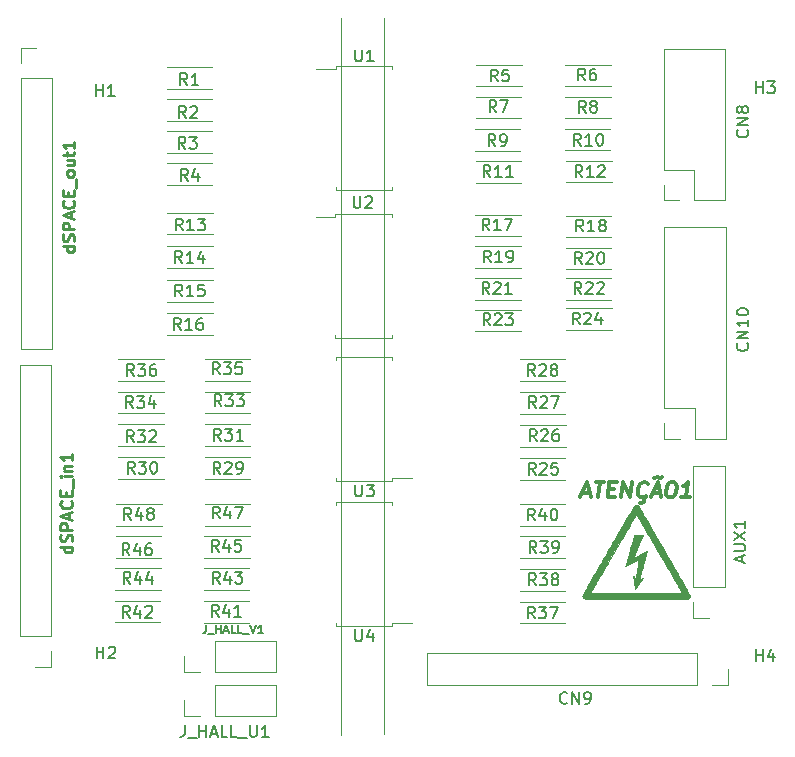
<source format=gbr>
G04 #@! TF.GenerationSoftware,KiCad,Pcbnew,(5.1.5)-3*
G04 #@! TF.CreationDate,2020-09-25T18:51:02-03:00*
G04 #@! TF.ProjectId,Opto,4f70746f-2e6b-4696-9361-645f70636258,rev?*
G04 #@! TF.SameCoordinates,Original*
G04 #@! TF.FileFunction,Legend,Top*
G04 #@! TF.FilePolarity,Positive*
%FSLAX46Y46*%
G04 Gerber Fmt 4.6, Leading zero omitted, Abs format (unit mm)*
G04 Created by KiCad (PCBNEW (5.1.5)-3) date 2020-09-25 18:51:02*
%MOMM*%
%LPD*%
G04 APERTURE LIST*
%ADD10C,0.120000*%
%ADD11C,0.010000*%
%ADD12C,0.150000*%
%ADD13C,0.175000*%
%ADD14C,0.300000*%
%ADD15C,0.250000*%
G04 APERTURE END LIST*
D10*
X70500000Y-95275000D02*
X70525000Y-34650000D01*
X66875000Y-34650000D02*
X66875000Y-95350000D01*
X82020000Y-77590000D02*
X85860000Y-77590000D01*
X82020000Y-75750000D02*
X85860000Y-75750000D01*
X82030000Y-70960000D02*
X85870000Y-70960000D01*
X82030000Y-69120000D02*
X85870000Y-69120000D01*
X82020000Y-73700000D02*
X85860000Y-73700000D01*
X82020000Y-71860000D02*
X85860000Y-71860000D01*
X53600000Y-93720000D02*
X53600000Y-92390000D01*
X54930000Y-93720000D02*
X53600000Y-93720000D01*
X56200000Y-93720000D02*
X56200000Y-91060000D01*
X56200000Y-91060000D02*
X61340000Y-91060000D01*
X56200000Y-93720000D02*
X61340000Y-93720000D01*
X61340000Y-93720000D02*
X61340000Y-91060000D01*
X53600000Y-89990000D02*
X53600000Y-88660000D01*
X54930000Y-89990000D02*
X53600000Y-89990000D01*
X56200000Y-89990000D02*
X56200000Y-87330000D01*
X56200000Y-87330000D02*
X61340000Y-87330000D01*
X56200000Y-89990000D02*
X61340000Y-89990000D01*
X61340000Y-89990000D02*
X61340000Y-87330000D01*
D11*
G36*
X91894926Y-75848641D02*
G01*
X91947603Y-75863799D01*
X91994586Y-75892303D01*
X92016377Y-75911652D01*
X92020212Y-75916360D01*
X92026505Y-75925419D01*
X92035419Y-75939108D01*
X92047118Y-75957709D01*
X92061765Y-75981503D01*
X92079523Y-76010770D01*
X92100556Y-76045792D01*
X92125026Y-76086848D01*
X92153097Y-76134222D01*
X92184932Y-76188192D01*
X92220695Y-76249040D01*
X92260548Y-76317047D01*
X92304656Y-76392494D01*
X92353180Y-76475662D01*
X92406286Y-76566831D01*
X92464135Y-76666283D01*
X92526891Y-76774298D01*
X92594717Y-76891157D01*
X92667777Y-77017142D01*
X92746234Y-77152533D01*
X92830251Y-77297610D01*
X92919991Y-77452656D01*
X93015618Y-77617950D01*
X93117295Y-77793774D01*
X93225185Y-77980409D01*
X93339451Y-78178135D01*
X93460257Y-78387234D01*
X93587766Y-78607986D01*
X93722142Y-78840672D01*
X93863547Y-79085573D01*
X94012144Y-79342970D01*
X94168098Y-79613144D01*
X94215688Y-79695596D01*
X94386383Y-79991370D01*
X94550403Y-80275651D01*
X94707708Y-80548371D01*
X94858259Y-80809458D01*
X95002015Y-81058844D01*
X95138936Y-81296459D01*
X95268982Y-81522233D01*
X95392114Y-81736096D01*
X95508291Y-81937979D01*
X95617473Y-82127812D01*
X95719621Y-82305525D01*
X95814694Y-82471049D01*
X95902652Y-82624314D01*
X95983455Y-82765250D01*
X96057063Y-82893788D01*
X96123437Y-83009857D01*
X96182536Y-83113388D01*
X96234320Y-83204312D01*
X96278749Y-83282559D01*
X96315783Y-83348058D01*
X96345383Y-83400741D01*
X96367507Y-83440538D01*
X96382117Y-83467378D01*
X96389171Y-83481193D01*
X96389827Y-83482850D01*
X96397151Y-83537771D01*
X96390722Y-83592790D01*
X96371727Y-83645422D01*
X96341354Y-83693179D01*
X96300792Y-83733575D01*
X96256656Y-83761533D01*
X96221075Y-83779059D01*
X87485217Y-83782889D01*
X87438695Y-83759642D01*
X87388678Y-83726870D01*
X87349027Y-83684881D01*
X87320649Y-83635865D01*
X87304451Y-83582010D01*
X87301338Y-83525508D01*
X87312218Y-83468549D01*
X87314927Y-83460611D01*
X87319793Y-83451053D01*
X87331988Y-83428853D01*
X87351251Y-83394462D01*
X87377323Y-83348330D01*
X87406141Y-83297597D01*
X87966529Y-83297597D01*
X95733471Y-83297597D01*
X95712336Y-83261582D01*
X95707233Y-83252808D01*
X95694753Y-83231312D01*
X95675126Y-83197493D01*
X95648583Y-83151745D01*
X95615353Y-83094467D01*
X95575668Y-83026055D01*
X95529756Y-82946905D01*
X95477849Y-82857416D01*
X95420177Y-82757983D01*
X95356969Y-82649004D01*
X95288455Y-82530874D01*
X95214867Y-82403993D01*
X95136434Y-82268755D01*
X95053385Y-82125558D01*
X94965953Y-81974799D01*
X94874366Y-81816874D01*
X94778854Y-81652181D01*
X94679649Y-81481116D01*
X94576979Y-81304077D01*
X94471076Y-81121459D01*
X94362169Y-80933660D01*
X94250489Y-80741078D01*
X94136265Y-80544107D01*
X94019728Y-80343147D01*
X93901109Y-80138592D01*
X93780636Y-79930841D01*
X93774220Y-79919776D01*
X93653815Y-79712166D01*
X93535301Y-79507864D01*
X93418904Y-79307259D01*
X93304853Y-79110745D01*
X93193374Y-78918711D01*
X93084696Y-78731549D01*
X92979047Y-78549651D01*
X92876654Y-78373408D01*
X92777745Y-78203210D01*
X92682548Y-78039450D01*
X92591291Y-77882518D01*
X92504201Y-77732806D01*
X92421505Y-77590705D01*
X92343433Y-77456606D01*
X92270211Y-77330901D01*
X92202068Y-77213981D01*
X92139230Y-77106237D01*
X92081927Y-77008061D01*
X92030385Y-76919843D01*
X91984832Y-76841975D01*
X91945497Y-76774848D01*
X91912606Y-76718854D01*
X91886388Y-76674384D01*
X91867070Y-76641829D01*
X91854880Y-76621580D01*
X91850046Y-76614028D01*
X91849984Y-76613985D01*
X91845761Y-76620480D01*
X91834165Y-76639705D01*
X91815422Y-76671268D01*
X91789760Y-76714778D01*
X91757406Y-76769844D01*
X91718589Y-76836075D01*
X91673537Y-76913079D01*
X91622476Y-77000465D01*
X91565635Y-77097842D01*
X91503242Y-77204818D01*
X91435524Y-77321002D01*
X91362709Y-77446003D01*
X91285025Y-77579430D01*
X91202700Y-77720891D01*
X91115961Y-77869996D01*
X91025036Y-78026352D01*
X90930153Y-78189568D01*
X90831539Y-78359254D01*
X90729423Y-78535018D01*
X90624031Y-78716468D01*
X90515593Y-78903214D01*
X90404335Y-79094864D01*
X90290486Y-79291027D01*
X90174272Y-79491311D01*
X90055923Y-79695326D01*
X89935665Y-79902679D01*
X89925751Y-79919776D01*
X89805187Y-80127685D01*
X89686464Y-80332418D01*
X89569811Y-80533579D01*
X89455460Y-80730770D01*
X89343640Y-80923595D01*
X89234581Y-81111656D01*
X89128514Y-81294558D01*
X89025668Y-81471902D01*
X88926274Y-81643293D01*
X88830562Y-81808333D01*
X88738763Y-81966625D01*
X88651105Y-82117773D01*
X88567820Y-82261380D01*
X88489138Y-82397048D01*
X88415288Y-82524382D01*
X88346502Y-82642984D01*
X88283008Y-82752457D01*
X88225038Y-82852404D01*
X88172821Y-82942430D01*
X88126588Y-83022135D01*
X88086568Y-83091125D01*
X88052993Y-83149002D01*
X88026091Y-83195369D01*
X88006094Y-83229829D01*
X87993231Y-83251986D01*
X87987732Y-83261443D01*
X87987651Y-83261582D01*
X87966529Y-83297597D01*
X87406141Y-83297597D01*
X87409941Y-83290908D01*
X87448847Y-83222648D01*
X87493779Y-83143999D01*
X87544477Y-83055413D01*
X87600681Y-82957341D01*
X87662129Y-82850233D01*
X87728562Y-82734539D01*
X87799719Y-82610712D01*
X87875339Y-82479201D01*
X87955162Y-82340458D01*
X88038928Y-82194932D01*
X88126375Y-82043076D01*
X88217243Y-81885339D01*
X88311273Y-81722172D01*
X88408203Y-81554027D01*
X88507772Y-81381354D01*
X88609721Y-81204604D01*
X88713788Y-81024227D01*
X88819714Y-80840675D01*
X88927238Y-80654398D01*
X89036099Y-80465846D01*
X89146036Y-80275472D01*
X89256790Y-80083725D01*
X89368099Y-79891056D01*
X89479704Y-79697916D01*
X89591343Y-79504756D01*
X89702757Y-79312027D01*
X89813684Y-79120179D01*
X89923864Y-78929663D01*
X90033037Y-78740930D01*
X90140942Y-78554431D01*
X90247319Y-78370616D01*
X90351906Y-78189937D01*
X90454444Y-78012843D01*
X90554673Y-77839787D01*
X90652331Y-77671218D01*
X90747158Y-77507587D01*
X90838893Y-77349346D01*
X90927276Y-77196945D01*
X91012047Y-77050834D01*
X91092945Y-76911465D01*
X91169710Y-76779288D01*
X91242080Y-76654755D01*
X91309796Y-76538315D01*
X91372597Y-76430420D01*
X91430222Y-76331520D01*
X91482411Y-76242066D01*
X91528903Y-76162510D01*
X91569439Y-76093301D01*
X91603757Y-76034891D01*
X91631596Y-75987730D01*
X91652697Y-75952269D01*
X91666799Y-75928959D01*
X91673641Y-75918250D01*
X91674103Y-75917673D01*
X91718287Y-75881183D01*
X91768520Y-75857831D01*
X91826678Y-75846782D01*
X91834836Y-75846210D01*
X91894926Y-75848641D01*
G37*
X91894926Y-75848641D02*
X91947603Y-75863799D01*
X91994586Y-75892303D01*
X92016377Y-75911652D01*
X92020212Y-75916360D01*
X92026505Y-75925419D01*
X92035419Y-75939108D01*
X92047118Y-75957709D01*
X92061765Y-75981503D01*
X92079523Y-76010770D01*
X92100556Y-76045792D01*
X92125026Y-76086848D01*
X92153097Y-76134222D01*
X92184932Y-76188192D01*
X92220695Y-76249040D01*
X92260548Y-76317047D01*
X92304656Y-76392494D01*
X92353180Y-76475662D01*
X92406286Y-76566831D01*
X92464135Y-76666283D01*
X92526891Y-76774298D01*
X92594717Y-76891157D01*
X92667777Y-77017142D01*
X92746234Y-77152533D01*
X92830251Y-77297610D01*
X92919991Y-77452656D01*
X93015618Y-77617950D01*
X93117295Y-77793774D01*
X93225185Y-77980409D01*
X93339451Y-78178135D01*
X93460257Y-78387234D01*
X93587766Y-78607986D01*
X93722142Y-78840672D01*
X93863547Y-79085573D01*
X94012144Y-79342970D01*
X94168098Y-79613144D01*
X94215688Y-79695596D01*
X94386383Y-79991370D01*
X94550403Y-80275651D01*
X94707708Y-80548371D01*
X94858259Y-80809458D01*
X95002015Y-81058844D01*
X95138936Y-81296459D01*
X95268982Y-81522233D01*
X95392114Y-81736096D01*
X95508291Y-81937979D01*
X95617473Y-82127812D01*
X95719621Y-82305525D01*
X95814694Y-82471049D01*
X95902652Y-82624314D01*
X95983455Y-82765250D01*
X96057063Y-82893788D01*
X96123437Y-83009857D01*
X96182536Y-83113388D01*
X96234320Y-83204312D01*
X96278749Y-83282559D01*
X96315783Y-83348058D01*
X96345383Y-83400741D01*
X96367507Y-83440538D01*
X96382117Y-83467378D01*
X96389171Y-83481193D01*
X96389827Y-83482850D01*
X96397151Y-83537771D01*
X96390722Y-83592790D01*
X96371727Y-83645422D01*
X96341354Y-83693179D01*
X96300792Y-83733575D01*
X96256656Y-83761533D01*
X96221075Y-83779059D01*
X87485217Y-83782889D01*
X87438695Y-83759642D01*
X87388678Y-83726870D01*
X87349027Y-83684881D01*
X87320649Y-83635865D01*
X87304451Y-83582010D01*
X87301338Y-83525508D01*
X87312218Y-83468549D01*
X87314927Y-83460611D01*
X87319793Y-83451053D01*
X87331988Y-83428853D01*
X87351251Y-83394462D01*
X87377323Y-83348330D01*
X87406141Y-83297597D01*
X87966529Y-83297597D01*
X95733471Y-83297597D01*
X95712336Y-83261582D01*
X95707233Y-83252808D01*
X95694753Y-83231312D01*
X95675126Y-83197493D01*
X95648583Y-83151745D01*
X95615353Y-83094467D01*
X95575668Y-83026055D01*
X95529756Y-82946905D01*
X95477849Y-82857416D01*
X95420177Y-82757983D01*
X95356969Y-82649004D01*
X95288455Y-82530874D01*
X95214867Y-82403993D01*
X95136434Y-82268755D01*
X95053385Y-82125558D01*
X94965953Y-81974799D01*
X94874366Y-81816874D01*
X94778854Y-81652181D01*
X94679649Y-81481116D01*
X94576979Y-81304077D01*
X94471076Y-81121459D01*
X94362169Y-80933660D01*
X94250489Y-80741078D01*
X94136265Y-80544107D01*
X94019728Y-80343147D01*
X93901109Y-80138592D01*
X93780636Y-79930841D01*
X93774220Y-79919776D01*
X93653815Y-79712166D01*
X93535301Y-79507864D01*
X93418904Y-79307259D01*
X93304853Y-79110745D01*
X93193374Y-78918711D01*
X93084696Y-78731549D01*
X92979047Y-78549651D01*
X92876654Y-78373408D01*
X92777745Y-78203210D01*
X92682548Y-78039450D01*
X92591291Y-77882518D01*
X92504201Y-77732806D01*
X92421505Y-77590705D01*
X92343433Y-77456606D01*
X92270211Y-77330901D01*
X92202068Y-77213981D01*
X92139230Y-77106237D01*
X92081927Y-77008061D01*
X92030385Y-76919843D01*
X91984832Y-76841975D01*
X91945497Y-76774848D01*
X91912606Y-76718854D01*
X91886388Y-76674384D01*
X91867070Y-76641829D01*
X91854880Y-76621580D01*
X91850046Y-76614028D01*
X91849984Y-76613985D01*
X91845761Y-76620480D01*
X91834165Y-76639705D01*
X91815422Y-76671268D01*
X91789760Y-76714778D01*
X91757406Y-76769844D01*
X91718589Y-76836075D01*
X91673537Y-76913079D01*
X91622476Y-77000465D01*
X91565635Y-77097842D01*
X91503242Y-77204818D01*
X91435524Y-77321002D01*
X91362709Y-77446003D01*
X91285025Y-77579430D01*
X91202700Y-77720891D01*
X91115961Y-77869996D01*
X91025036Y-78026352D01*
X90930153Y-78189568D01*
X90831539Y-78359254D01*
X90729423Y-78535018D01*
X90624031Y-78716468D01*
X90515593Y-78903214D01*
X90404335Y-79094864D01*
X90290486Y-79291027D01*
X90174272Y-79491311D01*
X90055923Y-79695326D01*
X89935665Y-79902679D01*
X89925751Y-79919776D01*
X89805187Y-80127685D01*
X89686464Y-80332418D01*
X89569811Y-80533579D01*
X89455460Y-80730770D01*
X89343640Y-80923595D01*
X89234581Y-81111656D01*
X89128514Y-81294558D01*
X89025668Y-81471902D01*
X88926274Y-81643293D01*
X88830562Y-81808333D01*
X88738763Y-81966625D01*
X88651105Y-82117773D01*
X88567820Y-82261380D01*
X88489138Y-82397048D01*
X88415288Y-82524382D01*
X88346502Y-82642984D01*
X88283008Y-82752457D01*
X88225038Y-82852404D01*
X88172821Y-82942430D01*
X88126588Y-83022135D01*
X88086568Y-83091125D01*
X88052993Y-83149002D01*
X88026091Y-83195369D01*
X88006094Y-83229829D01*
X87993231Y-83251986D01*
X87987732Y-83261443D01*
X87987651Y-83261582D01*
X87966529Y-83297597D01*
X87406141Y-83297597D01*
X87409941Y-83290908D01*
X87448847Y-83222648D01*
X87493779Y-83143999D01*
X87544477Y-83055413D01*
X87600681Y-82957341D01*
X87662129Y-82850233D01*
X87728562Y-82734539D01*
X87799719Y-82610712D01*
X87875339Y-82479201D01*
X87955162Y-82340458D01*
X88038928Y-82194932D01*
X88126375Y-82043076D01*
X88217243Y-81885339D01*
X88311273Y-81722172D01*
X88408203Y-81554027D01*
X88507772Y-81381354D01*
X88609721Y-81204604D01*
X88713788Y-81024227D01*
X88819714Y-80840675D01*
X88927238Y-80654398D01*
X89036099Y-80465846D01*
X89146036Y-80275472D01*
X89256790Y-80083725D01*
X89368099Y-79891056D01*
X89479704Y-79697916D01*
X89591343Y-79504756D01*
X89702757Y-79312027D01*
X89813684Y-79120179D01*
X89923864Y-78929663D01*
X90033037Y-78740930D01*
X90140942Y-78554431D01*
X90247319Y-78370616D01*
X90351906Y-78189937D01*
X90454444Y-78012843D01*
X90554673Y-77839787D01*
X90652331Y-77671218D01*
X90747158Y-77507587D01*
X90838893Y-77349346D01*
X90927276Y-77196945D01*
X91012047Y-77050834D01*
X91092945Y-76911465D01*
X91169710Y-76779288D01*
X91242080Y-76654755D01*
X91309796Y-76538315D01*
X91372597Y-76430420D01*
X91430222Y-76331520D01*
X91482411Y-76242066D01*
X91528903Y-76162510D01*
X91569439Y-76093301D01*
X91603757Y-76034891D01*
X91631596Y-75987730D01*
X91652697Y-75952269D01*
X91666799Y-75928959D01*
X91673641Y-75918250D01*
X91674103Y-75917673D01*
X91718287Y-75881183D01*
X91768520Y-75857831D01*
X91826678Y-75846782D01*
X91834836Y-75846210D01*
X91894926Y-75848641D01*
G36*
X92428776Y-78435582D02*
G01*
X92416317Y-78463672D01*
X92398842Y-78503155D01*
X92376775Y-78553067D01*
X92350543Y-78612441D01*
X92320572Y-78680312D01*
X92287286Y-78755714D01*
X92251112Y-78837682D01*
X92212474Y-78925251D01*
X92171800Y-79017455D01*
X92129513Y-79113328D01*
X92086041Y-79211905D01*
X92041808Y-79312220D01*
X91997240Y-79413308D01*
X91952764Y-79514203D01*
X91908803Y-79613940D01*
X91865784Y-79711553D01*
X91824134Y-79806078D01*
X91784276Y-79896547D01*
X91746637Y-79981996D01*
X91711643Y-80061459D01*
X91679719Y-80133971D01*
X91651290Y-80198566D01*
X91626783Y-80254279D01*
X91606623Y-80300143D01*
X91591235Y-80335195D01*
X91581046Y-80358467D01*
X91576480Y-80368996D01*
X91576294Y-80369448D01*
X91573138Y-80381298D01*
X91575172Y-80383652D01*
X91582440Y-80379628D01*
X91601813Y-80368944D01*
X91632108Y-80352250D01*
X91672145Y-80330196D01*
X91720743Y-80303433D01*
X91776719Y-80272610D01*
X91838893Y-80238379D01*
X91906084Y-80201389D01*
X91977109Y-80162290D01*
X92050788Y-80121733D01*
X92125939Y-80080368D01*
X92201381Y-80038846D01*
X92275933Y-79997815D01*
X92348413Y-79957928D01*
X92417640Y-79919833D01*
X92482432Y-79884182D01*
X92541609Y-79851624D01*
X92593988Y-79822809D01*
X92638389Y-79798389D01*
X92673630Y-79779012D01*
X92698530Y-79765330D01*
X92701963Y-79763445D01*
X92732240Y-79747058D01*
X92751557Y-79737505D01*
X92762119Y-79734097D01*
X92766135Y-79736144D01*
X92765810Y-79742959D01*
X92765692Y-79743548D01*
X92763353Y-79752609D01*
X92757242Y-79775529D01*
X92747570Y-79811536D01*
X92734546Y-79859857D01*
X92718379Y-79919720D01*
X92699279Y-79990350D01*
X92677454Y-80070977D01*
X92653115Y-80160826D01*
X92626470Y-80259125D01*
X92597729Y-80365101D01*
X92567102Y-80477981D01*
X92534796Y-80596993D01*
X92501023Y-80721363D01*
X92465991Y-80850320D01*
X92430711Y-80980141D01*
X92394735Y-81112570D01*
X92359878Y-81241017D01*
X92326345Y-81364720D01*
X92294341Y-81482918D01*
X92264071Y-81594851D01*
X92235738Y-81699759D01*
X92209549Y-81796880D01*
X92185708Y-81885455D01*
X92164419Y-81964721D01*
X92145887Y-82033920D01*
X92130317Y-82092290D01*
X92117915Y-82139070D01*
X92108883Y-82173499D01*
X92103428Y-82194818D01*
X92101754Y-82202265D01*
X92108624Y-82199173D01*
X92126487Y-82189112D01*
X92153496Y-82173179D01*
X92187802Y-82152474D01*
X92227558Y-82128093D01*
X92249810Y-82114303D01*
X92300809Y-82082760D01*
X92340332Y-82058792D01*
X92369642Y-82041756D01*
X92390005Y-82031004D01*
X92402687Y-82025893D01*
X92408951Y-82025776D01*
X92410063Y-82030007D01*
X92409298Y-82032927D01*
X92404537Y-82040712D01*
X92392010Y-82059653D01*
X92372533Y-82088564D01*
X92346926Y-82126260D01*
X92316006Y-82171559D01*
X92280592Y-82223274D01*
X92241502Y-82280223D01*
X92199553Y-82341219D01*
X92155565Y-82405078D01*
X92110356Y-82470617D01*
X92064743Y-82536650D01*
X92019545Y-82601993D01*
X91975580Y-82665462D01*
X91933666Y-82725872D01*
X91894621Y-82782038D01*
X91859265Y-82832776D01*
X91828414Y-82876902D01*
X91802886Y-82913230D01*
X91783501Y-82940577D01*
X91771077Y-82957759D01*
X91766445Y-82963591D01*
X91764631Y-82956365D01*
X91760642Y-82935344D01*
X91754675Y-82901707D01*
X91746928Y-82856638D01*
X91737600Y-82801316D01*
X91726888Y-82736925D01*
X91714991Y-82664644D01*
X91702106Y-82585656D01*
X91688431Y-82501141D01*
X91676310Y-82425684D01*
X91662068Y-82336792D01*
X91648462Y-82251961D01*
X91635690Y-82172427D01*
X91623952Y-82099430D01*
X91613447Y-82034208D01*
X91604376Y-81978000D01*
X91596938Y-81932043D01*
X91591332Y-81897577D01*
X91587758Y-81875838D01*
X91586488Y-81868401D01*
X91586436Y-81854212D01*
X91590877Y-81849417D01*
X91597254Y-81855420D01*
X91610791Y-81872262D01*
X91630197Y-81898192D01*
X91654179Y-81931462D01*
X91681444Y-81970320D01*
X91698693Y-81995373D01*
X91727592Y-82037456D01*
X91754128Y-82075752D01*
X91776949Y-82108339D01*
X91794705Y-82133296D01*
X91806045Y-82148701D01*
X91809081Y-82152430D01*
X91817327Y-82159419D01*
X91819617Y-82154025D01*
X91819672Y-82150786D01*
X91820680Y-82141717D01*
X91823616Y-82118597D01*
X91828350Y-82082401D01*
X91834750Y-82034100D01*
X91842686Y-81974668D01*
X91852026Y-81905079D01*
X91862640Y-81826306D01*
X91874397Y-81739322D01*
X91887165Y-81645101D01*
X91900815Y-81544614D01*
X91915214Y-81438837D01*
X91930231Y-81328741D01*
X91933775Y-81302800D01*
X91948891Y-81191905D01*
X91963382Y-81085142D01*
X91977118Y-80983478D01*
X91989971Y-80887884D01*
X92001812Y-80799328D01*
X92012515Y-80718781D01*
X92021950Y-80647212D01*
X92029990Y-80585590D01*
X92036505Y-80534885D01*
X92041368Y-80496066D01*
X92044451Y-80470102D01*
X92045625Y-80457964D01*
X92045610Y-80457222D01*
X92038836Y-80458345D01*
X92019443Y-80466255D01*
X91987339Y-80480996D01*
X91942435Y-80502614D01*
X91884639Y-80531154D01*
X91813862Y-80566660D01*
X91730012Y-80609176D01*
X91632998Y-80658749D01*
X91522731Y-80715422D01*
X91491084Y-80731737D01*
X91406053Y-80775532D01*
X91324938Y-80817190D01*
X91248743Y-80856201D01*
X91178469Y-80892057D01*
X91115123Y-80924250D01*
X91059706Y-80952273D01*
X91013222Y-80975616D01*
X90976676Y-80993772D01*
X90951070Y-81006233D01*
X90937408Y-81012490D01*
X90935360Y-81013125D01*
X90936476Y-81007561D01*
X90940694Y-80991554D01*
X90948073Y-80964895D01*
X90958675Y-80927373D01*
X90972562Y-80878778D01*
X90989795Y-80818901D01*
X91010435Y-80747530D01*
X91034544Y-80664457D01*
X91062183Y-80569470D01*
X91093413Y-80462361D01*
X91128296Y-80342918D01*
X91166893Y-80210931D01*
X91209265Y-80066191D01*
X91255474Y-79908487D01*
X91305582Y-79737610D01*
X91359648Y-79553348D01*
X91417735Y-79355493D01*
X91479904Y-79143834D01*
X91546217Y-78918160D01*
X91616734Y-78678262D01*
X91654647Y-78549313D01*
X91700908Y-78391985D01*
X92448151Y-78391985D01*
X92428776Y-78435582D01*
G37*
X92428776Y-78435582D02*
X92416317Y-78463672D01*
X92398842Y-78503155D01*
X92376775Y-78553067D01*
X92350543Y-78612441D01*
X92320572Y-78680312D01*
X92287286Y-78755714D01*
X92251112Y-78837682D01*
X92212474Y-78925251D01*
X92171800Y-79017455D01*
X92129513Y-79113328D01*
X92086041Y-79211905D01*
X92041808Y-79312220D01*
X91997240Y-79413308D01*
X91952764Y-79514203D01*
X91908803Y-79613940D01*
X91865784Y-79711553D01*
X91824134Y-79806078D01*
X91784276Y-79896547D01*
X91746637Y-79981996D01*
X91711643Y-80061459D01*
X91679719Y-80133971D01*
X91651290Y-80198566D01*
X91626783Y-80254279D01*
X91606623Y-80300143D01*
X91591235Y-80335195D01*
X91581046Y-80358467D01*
X91576480Y-80368996D01*
X91576294Y-80369448D01*
X91573138Y-80381298D01*
X91575172Y-80383652D01*
X91582440Y-80379628D01*
X91601813Y-80368944D01*
X91632108Y-80352250D01*
X91672145Y-80330196D01*
X91720743Y-80303433D01*
X91776719Y-80272610D01*
X91838893Y-80238379D01*
X91906084Y-80201389D01*
X91977109Y-80162290D01*
X92050788Y-80121733D01*
X92125939Y-80080368D01*
X92201381Y-80038846D01*
X92275933Y-79997815D01*
X92348413Y-79957928D01*
X92417640Y-79919833D01*
X92482432Y-79884182D01*
X92541609Y-79851624D01*
X92593988Y-79822809D01*
X92638389Y-79798389D01*
X92673630Y-79779012D01*
X92698530Y-79765330D01*
X92701963Y-79763445D01*
X92732240Y-79747058D01*
X92751557Y-79737505D01*
X92762119Y-79734097D01*
X92766135Y-79736144D01*
X92765810Y-79742959D01*
X92765692Y-79743548D01*
X92763353Y-79752609D01*
X92757242Y-79775529D01*
X92747570Y-79811536D01*
X92734546Y-79859857D01*
X92718379Y-79919720D01*
X92699279Y-79990350D01*
X92677454Y-80070977D01*
X92653115Y-80160826D01*
X92626470Y-80259125D01*
X92597729Y-80365101D01*
X92567102Y-80477981D01*
X92534796Y-80596993D01*
X92501023Y-80721363D01*
X92465991Y-80850320D01*
X92430711Y-80980141D01*
X92394735Y-81112570D01*
X92359878Y-81241017D01*
X92326345Y-81364720D01*
X92294341Y-81482918D01*
X92264071Y-81594851D01*
X92235738Y-81699759D01*
X92209549Y-81796880D01*
X92185708Y-81885455D01*
X92164419Y-81964721D01*
X92145887Y-82033920D01*
X92130317Y-82092290D01*
X92117915Y-82139070D01*
X92108883Y-82173499D01*
X92103428Y-82194818D01*
X92101754Y-82202265D01*
X92108624Y-82199173D01*
X92126487Y-82189112D01*
X92153496Y-82173179D01*
X92187802Y-82152474D01*
X92227558Y-82128093D01*
X92249810Y-82114303D01*
X92300809Y-82082760D01*
X92340332Y-82058792D01*
X92369642Y-82041756D01*
X92390005Y-82031004D01*
X92402687Y-82025893D01*
X92408951Y-82025776D01*
X92410063Y-82030007D01*
X92409298Y-82032927D01*
X92404537Y-82040712D01*
X92392010Y-82059653D01*
X92372533Y-82088564D01*
X92346926Y-82126260D01*
X92316006Y-82171559D01*
X92280592Y-82223274D01*
X92241502Y-82280223D01*
X92199553Y-82341219D01*
X92155565Y-82405078D01*
X92110356Y-82470617D01*
X92064743Y-82536650D01*
X92019545Y-82601993D01*
X91975580Y-82665462D01*
X91933666Y-82725872D01*
X91894621Y-82782038D01*
X91859265Y-82832776D01*
X91828414Y-82876902D01*
X91802886Y-82913230D01*
X91783501Y-82940577D01*
X91771077Y-82957759D01*
X91766445Y-82963591D01*
X91764631Y-82956365D01*
X91760642Y-82935344D01*
X91754675Y-82901707D01*
X91746928Y-82856638D01*
X91737600Y-82801316D01*
X91726888Y-82736925D01*
X91714991Y-82664644D01*
X91702106Y-82585656D01*
X91688431Y-82501141D01*
X91676310Y-82425684D01*
X91662068Y-82336792D01*
X91648462Y-82251961D01*
X91635690Y-82172427D01*
X91623952Y-82099430D01*
X91613447Y-82034208D01*
X91604376Y-81978000D01*
X91596938Y-81932043D01*
X91591332Y-81897577D01*
X91587758Y-81875838D01*
X91586488Y-81868401D01*
X91586436Y-81854212D01*
X91590877Y-81849417D01*
X91597254Y-81855420D01*
X91610791Y-81872262D01*
X91630197Y-81898192D01*
X91654179Y-81931462D01*
X91681444Y-81970320D01*
X91698693Y-81995373D01*
X91727592Y-82037456D01*
X91754128Y-82075752D01*
X91776949Y-82108339D01*
X91794705Y-82133296D01*
X91806045Y-82148701D01*
X91809081Y-82152430D01*
X91817327Y-82159419D01*
X91819617Y-82154025D01*
X91819672Y-82150786D01*
X91820680Y-82141717D01*
X91823616Y-82118597D01*
X91828350Y-82082401D01*
X91834750Y-82034100D01*
X91842686Y-81974668D01*
X91852026Y-81905079D01*
X91862640Y-81826306D01*
X91874397Y-81739322D01*
X91887165Y-81645101D01*
X91900815Y-81544614D01*
X91915214Y-81438837D01*
X91930231Y-81328741D01*
X91933775Y-81302800D01*
X91948891Y-81191905D01*
X91963382Y-81085142D01*
X91977118Y-80983478D01*
X91989971Y-80887884D01*
X92001812Y-80799328D01*
X92012515Y-80718781D01*
X92021950Y-80647212D01*
X92029990Y-80585590D01*
X92036505Y-80534885D01*
X92041368Y-80496066D01*
X92044451Y-80470102D01*
X92045625Y-80457964D01*
X92045610Y-80457222D01*
X92038836Y-80458345D01*
X92019443Y-80466255D01*
X91987339Y-80480996D01*
X91942435Y-80502614D01*
X91884639Y-80531154D01*
X91813862Y-80566660D01*
X91730012Y-80609176D01*
X91632998Y-80658749D01*
X91522731Y-80715422D01*
X91491084Y-80731737D01*
X91406053Y-80775532D01*
X91324938Y-80817190D01*
X91248743Y-80856201D01*
X91178469Y-80892057D01*
X91115123Y-80924250D01*
X91059706Y-80952273D01*
X91013222Y-80975616D01*
X90976676Y-80993772D01*
X90951070Y-81006233D01*
X90937408Y-81012490D01*
X90935360Y-81013125D01*
X90936476Y-81007561D01*
X90940694Y-80991554D01*
X90948073Y-80964895D01*
X90958675Y-80927373D01*
X90972562Y-80878778D01*
X90989795Y-80818901D01*
X91010435Y-80747530D01*
X91034544Y-80664457D01*
X91062183Y-80569470D01*
X91093413Y-80462361D01*
X91128296Y-80342918D01*
X91166893Y-80210931D01*
X91209265Y-80066191D01*
X91255474Y-79908487D01*
X91305582Y-79737610D01*
X91359648Y-79553348D01*
X91417735Y-79355493D01*
X91479904Y-79143834D01*
X91546217Y-78918160D01*
X91616734Y-78678262D01*
X91654647Y-78549313D01*
X91700908Y-78391985D01*
X92448151Y-78391985D01*
X92428776Y-78435582D01*
D10*
X99620000Y-89730000D02*
X99620000Y-91060000D01*
X99620000Y-91060000D02*
X98290000Y-91060000D01*
X97020000Y-91060000D02*
X74100000Y-91060000D01*
X74100000Y-88400000D02*
X74100000Y-91060000D01*
X97020000Y-88400000D02*
X74100000Y-88400000D01*
X97020000Y-88400000D02*
X97020000Y-91060000D01*
X98020000Y-85380000D02*
X96690000Y-85380000D01*
X96690000Y-85380000D02*
X96690000Y-84050000D01*
X96690000Y-82780000D02*
X96690000Y-72560000D01*
X99350000Y-72560000D02*
X96690000Y-72560000D01*
X99350000Y-82780000D02*
X99350000Y-72560000D01*
X99350000Y-82780000D02*
X96690000Y-82780000D01*
X39730000Y-37130000D02*
X41060000Y-37130000D01*
X39730000Y-38460000D02*
X39730000Y-37130000D01*
X39730000Y-39730000D02*
X42390000Y-39730000D01*
X42390000Y-39730000D02*
X42390000Y-62650000D01*
X39730000Y-39730000D02*
X39730000Y-62650000D01*
X39730000Y-62650000D02*
X42390000Y-62650000D01*
X42310000Y-89550000D02*
X40980000Y-89550000D01*
X42310000Y-88220000D02*
X42310000Y-89550000D01*
X42310000Y-86950000D02*
X39650000Y-86950000D01*
X39650000Y-86950000D02*
X39650000Y-64030000D01*
X42310000Y-86950000D02*
X42310000Y-64030000D01*
X42310000Y-64030000D02*
X39650000Y-64030000D01*
X95575000Y-70255000D02*
X94245000Y-70255000D01*
X94245000Y-70255000D02*
X94245000Y-68925000D01*
X96845000Y-70255000D02*
X96845000Y-67655000D01*
X96845000Y-67655000D02*
X94245000Y-67655000D01*
X94245000Y-67655000D02*
X94245000Y-52355000D01*
X99445000Y-52355000D02*
X94245000Y-52355000D01*
X99445000Y-70255000D02*
X99445000Y-52355000D01*
X99445000Y-70255000D02*
X96845000Y-70255000D01*
X95500000Y-50055000D02*
X94170000Y-50055000D01*
X94170000Y-50055000D02*
X94170000Y-48725000D01*
X96770000Y-50055000D02*
X96770000Y-47455000D01*
X96770000Y-47455000D02*
X94170000Y-47455000D01*
X94170000Y-47455000D02*
X94170000Y-37235000D01*
X99370000Y-37235000D02*
X94170000Y-37235000D01*
X99370000Y-50055000D02*
X99370000Y-37235000D01*
X99370000Y-50055000D02*
X96770000Y-50055000D01*
X71215000Y-85835000D02*
X72880000Y-85835000D01*
X71215000Y-86090000D02*
X71215000Y-85835000D01*
X68830000Y-86090000D02*
X71215000Y-86090000D01*
X66445000Y-86090000D02*
X66445000Y-85835000D01*
X68830000Y-86090000D02*
X66445000Y-86090000D01*
X71215000Y-75570000D02*
X71215000Y-75825000D01*
X68830000Y-75570000D02*
X71215000Y-75570000D01*
X66445000Y-75570000D02*
X66445000Y-75825000D01*
X68830000Y-75570000D02*
X66445000Y-75570000D01*
X71215000Y-73575000D02*
X72880000Y-73575000D01*
X71215000Y-73830000D02*
X71215000Y-73575000D01*
X68830000Y-73830000D02*
X71215000Y-73830000D01*
X66445000Y-73830000D02*
X66445000Y-73575000D01*
X68830000Y-73830000D02*
X66445000Y-73830000D01*
X71215000Y-63310000D02*
X71215000Y-63565000D01*
X68830000Y-63310000D02*
X71215000Y-63310000D01*
X66445000Y-63310000D02*
X66445000Y-63565000D01*
X68830000Y-63310000D02*
X66445000Y-63310000D01*
X66385000Y-51445000D02*
X64720000Y-51445000D01*
X66385000Y-51190000D02*
X66385000Y-51445000D01*
X68770000Y-51190000D02*
X66385000Y-51190000D01*
X71155000Y-51190000D02*
X71155000Y-51445000D01*
X68770000Y-51190000D02*
X71155000Y-51190000D01*
X66385000Y-61710000D02*
X66385000Y-61455000D01*
X68770000Y-61710000D02*
X66385000Y-61710000D01*
X71155000Y-61710000D02*
X71155000Y-61455000D01*
X68770000Y-61710000D02*
X71155000Y-61710000D01*
X66445000Y-38945000D02*
X64780000Y-38945000D01*
X66445000Y-38690000D02*
X66445000Y-38945000D01*
X68830000Y-38690000D02*
X66445000Y-38690000D01*
X71215000Y-38690000D02*
X71215000Y-38945000D01*
X68830000Y-38690000D02*
X71215000Y-38690000D01*
X66445000Y-49210000D02*
X66445000Y-48955000D01*
X68830000Y-49210000D02*
X66445000Y-49210000D01*
X71215000Y-49210000D02*
X71215000Y-48955000D01*
X68830000Y-49210000D02*
X71215000Y-49210000D01*
X51680000Y-75760000D02*
X47840000Y-75760000D01*
X51680000Y-77600000D02*
X47840000Y-77600000D01*
X55330000Y-77600000D02*
X59170000Y-77600000D01*
X55330000Y-75760000D02*
X59170000Y-75760000D01*
X51620000Y-78500000D02*
X47780000Y-78500000D01*
X51620000Y-80340000D02*
X47780000Y-80340000D01*
X55290000Y-80336666D02*
X59130000Y-80336666D01*
X55290000Y-78496666D02*
X59130000Y-78496666D01*
X51600000Y-81180000D02*
X47760000Y-81180000D01*
X51600000Y-83020000D02*
X47760000Y-83020000D01*
X55260000Y-83010000D02*
X59100000Y-83010000D01*
X55260000Y-81170000D02*
X59100000Y-81170000D01*
X51540000Y-83940000D02*
X47700000Y-83940000D01*
X51540000Y-85780000D02*
X47700000Y-85780000D01*
X55230000Y-85810000D02*
X59070000Y-85810000D01*
X55230000Y-83970000D02*
X59070000Y-83970000D01*
X82020000Y-80353333D02*
X85860000Y-80353333D01*
X82020000Y-78513333D02*
X85860000Y-78513333D01*
X82020000Y-83116666D02*
X85860000Y-83116666D01*
X82020000Y-81276666D02*
X85860000Y-81276666D01*
X82020000Y-85880000D02*
X85860000Y-85880000D01*
X82020000Y-84040000D02*
X85860000Y-84040000D01*
X51840000Y-63480000D02*
X48000000Y-63480000D01*
X51840000Y-65320000D02*
X48000000Y-65320000D01*
X55350000Y-65320000D02*
X59190000Y-65320000D01*
X55350000Y-63480000D02*
X59190000Y-63480000D01*
X51840000Y-66253333D02*
X48000000Y-66253333D01*
X51840000Y-68093333D02*
X48000000Y-68093333D01*
X55350000Y-68093333D02*
X59190000Y-68093333D01*
X55350000Y-66253333D02*
X59190000Y-66253333D01*
X51840000Y-69026666D02*
X48000000Y-69026666D01*
X51840000Y-70866666D02*
X48000000Y-70866666D01*
X55350000Y-70866666D02*
X59190000Y-70866666D01*
X55350000Y-69026666D02*
X59190000Y-69026666D01*
X51840000Y-71800000D02*
X48000000Y-71800000D01*
X51840000Y-73640000D02*
X48000000Y-73640000D01*
X55350000Y-73640000D02*
X59190000Y-73640000D01*
X55350000Y-71800000D02*
X59190000Y-71800000D01*
X82020000Y-65330000D02*
X85860000Y-65330000D01*
X82020000Y-63490000D02*
X85860000Y-63490000D01*
X82020000Y-68120000D02*
X85860000Y-68120000D01*
X82020000Y-66280000D02*
X85860000Y-66280000D01*
X85940000Y-61040000D02*
X89780000Y-61040000D01*
X85940000Y-59200000D02*
X89780000Y-59200000D01*
X82070000Y-59310000D02*
X78230000Y-59310000D01*
X82070000Y-61150000D02*
X78230000Y-61150000D01*
X85920000Y-58490000D02*
X89760000Y-58490000D01*
X85920000Y-56650000D02*
X89760000Y-56650000D01*
X82070000Y-56630000D02*
X78230000Y-56630000D01*
X82070000Y-58470000D02*
X78230000Y-58470000D01*
X85910000Y-55900000D02*
X89750000Y-55900000D01*
X85910000Y-54060000D02*
X89750000Y-54060000D01*
X82070000Y-53950000D02*
X78230000Y-53950000D01*
X82070000Y-55790000D02*
X78230000Y-55790000D01*
X85910000Y-53190000D02*
X89750000Y-53190000D01*
X85910000Y-51350000D02*
X89750000Y-51350000D01*
X82070000Y-51270000D02*
X78230000Y-51270000D01*
X82070000Y-53110000D02*
X78230000Y-53110000D01*
X56000000Y-59630000D02*
X52160000Y-59630000D01*
X56000000Y-61470000D02*
X52160000Y-61470000D01*
X56000000Y-56790000D02*
X52160000Y-56790000D01*
X56000000Y-58630000D02*
X52160000Y-58630000D01*
X56000000Y-53950000D02*
X52160000Y-53950000D01*
X56000000Y-55790000D02*
X52160000Y-55790000D01*
X56000000Y-51110000D02*
X52160000Y-51110000D01*
X56000000Y-52950000D02*
X52160000Y-52950000D01*
X85930000Y-48540000D02*
X89770000Y-48540000D01*
X85930000Y-46700000D02*
X89770000Y-46700000D01*
X82140000Y-46720000D02*
X78300000Y-46720000D01*
X82140000Y-48560000D02*
X78300000Y-48560000D01*
X85810000Y-45830000D02*
X89650000Y-45830000D01*
X85810000Y-43990000D02*
X89650000Y-43990000D01*
X82050000Y-44003332D02*
X78210000Y-44003332D01*
X82050000Y-45843332D02*
X78210000Y-45843332D01*
X85840000Y-43120000D02*
X89680000Y-43120000D01*
X85840000Y-41280000D02*
X89680000Y-41280000D01*
X82120000Y-41286666D02*
X78280000Y-41286666D01*
X82120000Y-43126666D02*
X78280000Y-43126666D01*
X85860000Y-40410000D02*
X89700000Y-40410000D01*
X85860000Y-38570000D02*
X89700000Y-38570000D01*
X82150000Y-38570000D02*
X78310000Y-38570000D01*
X82150000Y-40410000D02*
X78310000Y-40410000D01*
X55950000Y-46910000D02*
X52110000Y-46910000D01*
X55950000Y-48750000D02*
X52110000Y-48750000D01*
X55950000Y-44206666D02*
X52110000Y-44206666D01*
X55950000Y-46046666D02*
X52110000Y-46046666D01*
X55950000Y-41503333D02*
X52110000Y-41503333D01*
X55950000Y-43343333D02*
X52110000Y-43343333D01*
X55950000Y-38800000D02*
X52110000Y-38800000D01*
X55950000Y-40640000D02*
X52110000Y-40640000D01*
D12*
X83277142Y-77152380D02*
X82943809Y-76676190D01*
X82705714Y-77152380D02*
X82705714Y-76152380D01*
X83086666Y-76152380D01*
X83181904Y-76200000D01*
X83229523Y-76247619D01*
X83277142Y-76342857D01*
X83277142Y-76485714D01*
X83229523Y-76580952D01*
X83181904Y-76628571D01*
X83086666Y-76676190D01*
X82705714Y-76676190D01*
X84134285Y-76485714D02*
X84134285Y-77152380D01*
X83896190Y-76104761D02*
X83658095Y-76819047D01*
X84277142Y-76819047D01*
X84848571Y-76152380D02*
X84943809Y-76152380D01*
X85039047Y-76200000D01*
X85086666Y-76247619D01*
X85134285Y-76342857D01*
X85181904Y-76533333D01*
X85181904Y-76771428D01*
X85134285Y-76961904D01*
X85086666Y-77057142D01*
X85039047Y-77104761D01*
X84943809Y-77152380D01*
X84848571Y-77152380D01*
X84753333Y-77104761D01*
X84705714Y-77057142D01*
X84658095Y-76961904D01*
X84610476Y-76771428D01*
X84610476Y-76533333D01*
X84658095Y-76342857D01*
X84705714Y-76247619D01*
X84753333Y-76200000D01*
X84848571Y-76152380D01*
X83427142Y-70452380D02*
X83093809Y-69976190D01*
X82855714Y-70452380D02*
X82855714Y-69452380D01*
X83236666Y-69452380D01*
X83331904Y-69500000D01*
X83379523Y-69547619D01*
X83427142Y-69642857D01*
X83427142Y-69785714D01*
X83379523Y-69880952D01*
X83331904Y-69928571D01*
X83236666Y-69976190D01*
X82855714Y-69976190D01*
X83808095Y-69547619D02*
X83855714Y-69500000D01*
X83950952Y-69452380D01*
X84189047Y-69452380D01*
X84284285Y-69500000D01*
X84331904Y-69547619D01*
X84379523Y-69642857D01*
X84379523Y-69738095D01*
X84331904Y-69880952D01*
X83760476Y-70452380D01*
X84379523Y-70452380D01*
X85236666Y-69452380D02*
X85046190Y-69452380D01*
X84950952Y-69500000D01*
X84903333Y-69547619D01*
X84808095Y-69690476D01*
X84760476Y-69880952D01*
X84760476Y-70261904D01*
X84808095Y-70357142D01*
X84855714Y-70404761D01*
X84950952Y-70452380D01*
X85141428Y-70452380D01*
X85236666Y-70404761D01*
X85284285Y-70357142D01*
X85331904Y-70261904D01*
X85331904Y-70023809D01*
X85284285Y-69928571D01*
X85236666Y-69880952D01*
X85141428Y-69833333D01*
X84950952Y-69833333D01*
X84855714Y-69880952D01*
X84808095Y-69928571D01*
X84760476Y-70023809D01*
X83327142Y-73272380D02*
X82993809Y-72796190D01*
X82755714Y-73272380D02*
X82755714Y-72272380D01*
X83136666Y-72272380D01*
X83231904Y-72320000D01*
X83279523Y-72367619D01*
X83327142Y-72462857D01*
X83327142Y-72605714D01*
X83279523Y-72700952D01*
X83231904Y-72748571D01*
X83136666Y-72796190D01*
X82755714Y-72796190D01*
X83708095Y-72367619D02*
X83755714Y-72320000D01*
X83850952Y-72272380D01*
X84089047Y-72272380D01*
X84184285Y-72320000D01*
X84231904Y-72367619D01*
X84279523Y-72462857D01*
X84279523Y-72558095D01*
X84231904Y-72700952D01*
X83660476Y-73272380D01*
X84279523Y-73272380D01*
X85184285Y-72272380D02*
X84708095Y-72272380D01*
X84660476Y-72748571D01*
X84708095Y-72700952D01*
X84803333Y-72653333D01*
X85041428Y-72653333D01*
X85136666Y-72700952D01*
X85184285Y-72748571D01*
X85231904Y-72843809D01*
X85231904Y-73081904D01*
X85184285Y-73177142D01*
X85136666Y-73224761D01*
X85041428Y-73272380D01*
X84803333Y-73272380D01*
X84708095Y-73224761D01*
X84660476Y-73177142D01*
X53629047Y-94492380D02*
X53629047Y-95206666D01*
X53581428Y-95349523D01*
X53486190Y-95444761D01*
X53343333Y-95492380D01*
X53248095Y-95492380D01*
X53867142Y-95587619D02*
X54629047Y-95587619D01*
X54867142Y-95492380D02*
X54867142Y-94492380D01*
X54867142Y-94968571D02*
X55438571Y-94968571D01*
X55438571Y-95492380D02*
X55438571Y-94492380D01*
X55867142Y-95206666D02*
X56343333Y-95206666D01*
X55771904Y-95492380D02*
X56105238Y-94492380D01*
X56438571Y-95492380D01*
X57248095Y-95492380D02*
X56771904Y-95492380D01*
X56771904Y-94492380D01*
X58057619Y-95492380D02*
X57581428Y-95492380D01*
X57581428Y-94492380D01*
X58152857Y-95587619D02*
X58914761Y-95587619D01*
X59152857Y-94492380D02*
X59152857Y-95301904D01*
X59200476Y-95397142D01*
X59248095Y-95444761D01*
X59343333Y-95492380D01*
X59533809Y-95492380D01*
X59629047Y-95444761D01*
X59676666Y-95397142D01*
X59724285Y-95301904D01*
X59724285Y-94492380D01*
X60724285Y-95492380D02*
X60152857Y-95492380D01*
X60438571Y-95492380D02*
X60438571Y-94492380D01*
X60343333Y-94635238D01*
X60248095Y-94730476D01*
X60152857Y-94778095D01*
D13*
X55410000Y-86026666D02*
X55410000Y-86526666D01*
X55376666Y-86626666D01*
X55310000Y-86693333D01*
X55210000Y-86726666D01*
X55143333Y-86726666D01*
X55576666Y-86793333D02*
X56110000Y-86793333D01*
X56276666Y-86726666D02*
X56276666Y-86026666D01*
X56276666Y-86360000D02*
X56676666Y-86360000D01*
X56676666Y-86726666D02*
X56676666Y-86026666D01*
X56976666Y-86526666D02*
X57310000Y-86526666D01*
X56910000Y-86726666D02*
X57143333Y-86026666D01*
X57376666Y-86726666D01*
X57943333Y-86726666D02*
X57610000Y-86726666D01*
X57610000Y-86026666D01*
X58510000Y-86726666D02*
X58176666Y-86726666D01*
X58176666Y-86026666D01*
X58576666Y-86793333D02*
X59110000Y-86793333D01*
X59176666Y-86026666D02*
X59410000Y-86726666D01*
X59643333Y-86026666D01*
X60243333Y-86726666D02*
X59843333Y-86726666D01*
X60043333Y-86726666D02*
X60043333Y-86026666D01*
X59976666Y-86126666D01*
X59910000Y-86193333D01*
X59843333Y-86226666D01*
D14*
X87301964Y-74841666D02*
X87921011Y-74841666D01*
X87131726Y-75213095D02*
X87727559Y-73913095D01*
X87998392Y-75213095D01*
X88408511Y-73913095D02*
X89151369Y-73913095D01*
X88617440Y-75213095D02*
X88779940Y-73913095D01*
X89507321Y-74532142D02*
X89940654Y-74532142D01*
X90041250Y-75213095D02*
X89422202Y-75213095D01*
X89584702Y-73913095D01*
X90203750Y-73913095D01*
X90598392Y-75213095D02*
X90760892Y-73913095D01*
X91341250Y-75213095D01*
X91503750Y-73913095D01*
X92718630Y-75089285D02*
X92648988Y-75151190D01*
X92455535Y-75213095D01*
X92331726Y-75213095D01*
X92153750Y-75151190D01*
X92045416Y-75027380D01*
X91998988Y-74903571D01*
X91968035Y-74655952D01*
X91991250Y-74470238D01*
X92084107Y-74222619D01*
X92161488Y-74098809D01*
X92300773Y-73975000D01*
X92494226Y-73913095D01*
X92618035Y-73913095D01*
X92796011Y-73975000D01*
X92850178Y-74036904D01*
X92385892Y-75275000D02*
X92501964Y-75336904D01*
X92548392Y-75460714D01*
X92471011Y-75584523D01*
X92339464Y-75646428D01*
X92153750Y-75646428D01*
X93244821Y-74841666D02*
X93863869Y-74841666D01*
X93074583Y-75213095D02*
X93670416Y-73913095D01*
X93941250Y-75213095D01*
X93399583Y-73603571D02*
X93469226Y-73541666D01*
X93600773Y-73479761D01*
X93832916Y-73603571D01*
X93964464Y-73541666D01*
X94034107Y-73479761D01*
X94784702Y-73913095D02*
X95032321Y-73913095D01*
X95148392Y-73975000D01*
X95256726Y-74098809D01*
X95287678Y-74346428D01*
X95233511Y-74779761D01*
X95140654Y-75027380D01*
X95001369Y-75151190D01*
X94869821Y-75213095D01*
X94622202Y-75213095D01*
X94506130Y-75151190D01*
X94397797Y-75027380D01*
X94366845Y-74779761D01*
X94421011Y-74346428D01*
X94513869Y-74098809D01*
X94653154Y-73975000D01*
X94784702Y-73913095D01*
X96417440Y-75213095D02*
X95674583Y-75213095D01*
X96046011Y-75213095D02*
X96208511Y-73913095D01*
X96061488Y-74098809D01*
X95922202Y-74222619D01*
X95790654Y-74284523D01*
D12*
X85999523Y-92607142D02*
X85951904Y-92654761D01*
X85809047Y-92702380D01*
X85713809Y-92702380D01*
X85570952Y-92654761D01*
X85475714Y-92559523D01*
X85428095Y-92464285D01*
X85380476Y-92273809D01*
X85380476Y-92130952D01*
X85428095Y-91940476D01*
X85475714Y-91845238D01*
X85570952Y-91750000D01*
X85713809Y-91702380D01*
X85809047Y-91702380D01*
X85951904Y-91750000D01*
X85999523Y-91797619D01*
X86428095Y-92702380D02*
X86428095Y-91702380D01*
X86999523Y-92702380D01*
X86999523Y-91702380D01*
X87523333Y-92702380D02*
X87713809Y-92702380D01*
X87809047Y-92654761D01*
X87856666Y-92607142D01*
X87951904Y-92464285D01*
X87999523Y-92273809D01*
X87999523Y-91892857D01*
X87951904Y-91797619D01*
X87904285Y-91750000D01*
X87809047Y-91702380D01*
X87618571Y-91702380D01*
X87523333Y-91750000D01*
X87475714Y-91797619D01*
X87428095Y-91892857D01*
X87428095Y-92130952D01*
X87475714Y-92226190D01*
X87523333Y-92273809D01*
X87618571Y-92321428D01*
X87809047Y-92321428D01*
X87904285Y-92273809D01*
X87951904Y-92226190D01*
X87999523Y-92130952D01*
X101988095Y-89062380D02*
X101988095Y-88062380D01*
X101988095Y-88538571D02*
X102559523Y-88538571D01*
X102559523Y-89062380D02*
X102559523Y-88062380D01*
X103464285Y-88395714D02*
X103464285Y-89062380D01*
X103226190Y-88014761D02*
X102988095Y-88729047D01*
X103607142Y-88729047D01*
X102008095Y-40992380D02*
X102008095Y-39992380D01*
X102008095Y-40468571D02*
X102579523Y-40468571D01*
X102579523Y-40992380D02*
X102579523Y-39992380D01*
X102960476Y-39992380D02*
X103579523Y-39992380D01*
X103246190Y-40373333D01*
X103389047Y-40373333D01*
X103484285Y-40420952D01*
X103531904Y-40468571D01*
X103579523Y-40563809D01*
X103579523Y-40801904D01*
X103531904Y-40897142D01*
X103484285Y-40944761D01*
X103389047Y-40992380D01*
X103103333Y-40992380D01*
X103008095Y-40944761D01*
X102960476Y-40897142D01*
X46178095Y-88842380D02*
X46178095Y-87842380D01*
X46178095Y-88318571D02*
X46749523Y-88318571D01*
X46749523Y-88842380D02*
X46749523Y-87842380D01*
X47178095Y-87937619D02*
X47225714Y-87890000D01*
X47320952Y-87842380D01*
X47559047Y-87842380D01*
X47654285Y-87890000D01*
X47701904Y-87937619D01*
X47749523Y-88032857D01*
X47749523Y-88128095D01*
X47701904Y-88270952D01*
X47130476Y-88842380D01*
X47749523Y-88842380D01*
X46128095Y-41242380D02*
X46128095Y-40242380D01*
X46128095Y-40718571D02*
X46699523Y-40718571D01*
X46699523Y-41242380D02*
X46699523Y-40242380D01*
X47699523Y-41242380D02*
X47128095Y-41242380D01*
X47413809Y-41242380D02*
X47413809Y-40242380D01*
X47318571Y-40385238D01*
X47223333Y-40480476D01*
X47128095Y-40528095D01*
X100816666Y-80639285D02*
X100816666Y-80163095D01*
X101102380Y-80734523D02*
X100102380Y-80401190D01*
X101102380Y-80067857D01*
X100102380Y-79734523D02*
X100911904Y-79734523D01*
X101007142Y-79686904D01*
X101054761Y-79639285D01*
X101102380Y-79544047D01*
X101102380Y-79353571D01*
X101054761Y-79258333D01*
X101007142Y-79210714D01*
X100911904Y-79163095D01*
X100102380Y-79163095D01*
X100102380Y-78782142D02*
X101102380Y-78115476D01*
X100102380Y-78115476D02*
X101102380Y-78782142D01*
X101102380Y-77210714D02*
X101102380Y-77782142D01*
X101102380Y-77496428D02*
X100102380Y-77496428D01*
X100245238Y-77591666D01*
X100340476Y-77686904D01*
X100388095Y-77782142D01*
D15*
X44292380Y-53950476D02*
X43292380Y-53950476D01*
X44244761Y-53950476D02*
X44292380Y-54045714D01*
X44292380Y-54236190D01*
X44244761Y-54331428D01*
X44197142Y-54379047D01*
X44101904Y-54426666D01*
X43816190Y-54426666D01*
X43720952Y-54379047D01*
X43673333Y-54331428D01*
X43625714Y-54236190D01*
X43625714Y-54045714D01*
X43673333Y-53950476D01*
X44244761Y-53521904D02*
X44292380Y-53379047D01*
X44292380Y-53140952D01*
X44244761Y-53045714D01*
X44197142Y-52998095D01*
X44101904Y-52950476D01*
X44006666Y-52950476D01*
X43911428Y-52998095D01*
X43863809Y-53045714D01*
X43816190Y-53140952D01*
X43768571Y-53331428D01*
X43720952Y-53426666D01*
X43673333Y-53474285D01*
X43578095Y-53521904D01*
X43482857Y-53521904D01*
X43387619Y-53474285D01*
X43340000Y-53426666D01*
X43292380Y-53331428D01*
X43292380Y-53093333D01*
X43340000Y-52950476D01*
X44292380Y-52521904D02*
X43292380Y-52521904D01*
X43292380Y-52140952D01*
X43340000Y-52045714D01*
X43387619Y-51998095D01*
X43482857Y-51950476D01*
X43625714Y-51950476D01*
X43720952Y-51998095D01*
X43768571Y-52045714D01*
X43816190Y-52140952D01*
X43816190Y-52521904D01*
X44006666Y-51569523D02*
X44006666Y-51093333D01*
X44292380Y-51664761D02*
X43292380Y-51331428D01*
X44292380Y-50998095D01*
X44197142Y-50093333D02*
X44244761Y-50140952D01*
X44292380Y-50283809D01*
X44292380Y-50379047D01*
X44244761Y-50521904D01*
X44149523Y-50617142D01*
X44054285Y-50664761D01*
X43863809Y-50712380D01*
X43720952Y-50712380D01*
X43530476Y-50664761D01*
X43435238Y-50617142D01*
X43340000Y-50521904D01*
X43292380Y-50379047D01*
X43292380Y-50283809D01*
X43340000Y-50140952D01*
X43387619Y-50093333D01*
X43768571Y-49664761D02*
X43768571Y-49331428D01*
X44292380Y-49188571D02*
X44292380Y-49664761D01*
X43292380Y-49664761D01*
X43292380Y-49188571D01*
X44387619Y-48998095D02*
X44387619Y-48236190D01*
X44292380Y-47855238D02*
X44244761Y-47950476D01*
X44197142Y-47998095D01*
X44101904Y-48045714D01*
X43816190Y-48045714D01*
X43720952Y-47998095D01*
X43673333Y-47950476D01*
X43625714Y-47855238D01*
X43625714Y-47712380D01*
X43673333Y-47617142D01*
X43720952Y-47569523D01*
X43816190Y-47521904D01*
X44101904Y-47521904D01*
X44197142Y-47569523D01*
X44244761Y-47617142D01*
X44292380Y-47712380D01*
X44292380Y-47855238D01*
X43625714Y-46664761D02*
X44292380Y-46664761D01*
X43625714Y-47093333D02*
X44149523Y-47093333D01*
X44244761Y-47045714D01*
X44292380Y-46950476D01*
X44292380Y-46807619D01*
X44244761Y-46712380D01*
X44197142Y-46664761D01*
X43625714Y-46331428D02*
X43625714Y-45950476D01*
X43292380Y-46188571D02*
X44149523Y-46188571D01*
X44244761Y-46140952D01*
X44292380Y-46045714D01*
X44292380Y-45950476D01*
X44292380Y-45093333D02*
X44292380Y-45664761D01*
X44292380Y-45379047D02*
X43292380Y-45379047D01*
X43435238Y-45474285D01*
X43530476Y-45569523D01*
X43578095Y-45664761D01*
X44102380Y-79370476D02*
X43102380Y-79370476D01*
X44054761Y-79370476D02*
X44102380Y-79465714D01*
X44102380Y-79656190D01*
X44054761Y-79751428D01*
X44007142Y-79799047D01*
X43911904Y-79846666D01*
X43626190Y-79846666D01*
X43530952Y-79799047D01*
X43483333Y-79751428D01*
X43435714Y-79656190D01*
X43435714Y-79465714D01*
X43483333Y-79370476D01*
X44054761Y-78941904D02*
X44102380Y-78799047D01*
X44102380Y-78560952D01*
X44054761Y-78465714D01*
X44007142Y-78418095D01*
X43911904Y-78370476D01*
X43816666Y-78370476D01*
X43721428Y-78418095D01*
X43673809Y-78465714D01*
X43626190Y-78560952D01*
X43578571Y-78751428D01*
X43530952Y-78846666D01*
X43483333Y-78894285D01*
X43388095Y-78941904D01*
X43292857Y-78941904D01*
X43197619Y-78894285D01*
X43150000Y-78846666D01*
X43102380Y-78751428D01*
X43102380Y-78513333D01*
X43150000Y-78370476D01*
X44102380Y-77941904D02*
X43102380Y-77941904D01*
X43102380Y-77560952D01*
X43150000Y-77465714D01*
X43197619Y-77418095D01*
X43292857Y-77370476D01*
X43435714Y-77370476D01*
X43530952Y-77418095D01*
X43578571Y-77465714D01*
X43626190Y-77560952D01*
X43626190Y-77941904D01*
X43816666Y-76989523D02*
X43816666Y-76513333D01*
X44102380Y-77084761D02*
X43102380Y-76751428D01*
X44102380Y-76418095D01*
X44007142Y-75513333D02*
X44054761Y-75560952D01*
X44102380Y-75703809D01*
X44102380Y-75799047D01*
X44054761Y-75941904D01*
X43959523Y-76037142D01*
X43864285Y-76084761D01*
X43673809Y-76132380D01*
X43530952Y-76132380D01*
X43340476Y-76084761D01*
X43245238Y-76037142D01*
X43150000Y-75941904D01*
X43102380Y-75799047D01*
X43102380Y-75703809D01*
X43150000Y-75560952D01*
X43197619Y-75513333D01*
X43578571Y-75084761D02*
X43578571Y-74751428D01*
X44102380Y-74608571D02*
X44102380Y-75084761D01*
X43102380Y-75084761D01*
X43102380Y-74608571D01*
X44197619Y-74418095D02*
X44197619Y-73656190D01*
X44102380Y-73418095D02*
X43435714Y-73418095D01*
X43102380Y-73418095D02*
X43150000Y-73465714D01*
X43197619Y-73418095D01*
X43150000Y-73370476D01*
X43102380Y-73418095D01*
X43197619Y-73418095D01*
X43435714Y-72941904D02*
X44102380Y-72941904D01*
X43530952Y-72941904D02*
X43483333Y-72894285D01*
X43435714Y-72799047D01*
X43435714Y-72656190D01*
X43483333Y-72560952D01*
X43578571Y-72513333D01*
X44102380Y-72513333D01*
X44102380Y-71513333D02*
X44102380Y-72084761D01*
X44102380Y-71799047D02*
X43102380Y-71799047D01*
X43245238Y-71894285D01*
X43340476Y-71989523D01*
X43388095Y-72084761D01*
D12*
X101257142Y-62166666D02*
X101304761Y-62214285D01*
X101352380Y-62357142D01*
X101352380Y-62452380D01*
X101304761Y-62595238D01*
X101209523Y-62690476D01*
X101114285Y-62738095D01*
X100923809Y-62785714D01*
X100780952Y-62785714D01*
X100590476Y-62738095D01*
X100495238Y-62690476D01*
X100400000Y-62595238D01*
X100352380Y-62452380D01*
X100352380Y-62357142D01*
X100400000Y-62214285D01*
X100447619Y-62166666D01*
X101352380Y-61738095D02*
X100352380Y-61738095D01*
X101352380Y-61166666D01*
X100352380Y-61166666D01*
X101352380Y-60166666D02*
X101352380Y-60738095D01*
X101352380Y-60452380D02*
X100352380Y-60452380D01*
X100495238Y-60547619D01*
X100590476Y-60642857D01*
X100638095Y-60738095D01*
X100352380Y-59547619D02*
X100352380Y-59452380D01*
X100400000Y-59357142D01*
X100447619Y-59309523D01*
X100542857Y-59261904D01*
X100733333Y-59214285D01*
X100971428Y-59214285D01*
X101161904Y-59261904D01*
X101257142Y-59309523D01*
X101304761Y-59357142D01*
X101352380Y-59452380D01*
X101352380Y-59547619D01*
X101304761Y-59642857D01*
X101257142Y-59690476D01*
X101161904Y-59738095D01*
X100971428Y-59785714D01*
X100733333Y-59785714D01*
X100542857Y-59738095D01*
X100447619Y-59690476D01*
X100400000Y-59642857D01*
X100352380Y-59547619D01*
X101257142Y-44090476D02*
X101304761Y-44138095D01*
X101352380Y-44280952D01*
X101352380Y-44376190D01*
X101304761Y-44519047D01*
X101209523Y-44614285D01*
X101114285Y-44661904D01*
X100923809Y-44709523D01*
X100780952Y-44709523D01*
X100590476Y-44661904D01*
X100495238Y-44614285D01*
X100400000Y-44519047D01*
X100352380Y-44376190D01*
X100352380Y-44280952D01*
X100400000Y-44138095D01*
X100447619Y-44090476D01*
X101352380Y-43661904D02*
X100352380Y-43661904D01*
X101352380Y-43090476D01*
X100352380Y-43090476D01*
X100780952Y-42471428D02*
X100733333Y-42566666D01*
X100685714Y-42614285D01*
X100590476Y-42661904D01*
X100542857Y-42661904D01*
X100447619Y-42614285D01*
X100400000Y-42566666D01*
X100352380Y-42471428D01*
X100352380Y-42280952D01*
X100400000Y-42185714D01*
X100447619Y-42138095D01*
X100542857Y-42090476D01*
X100590476Y-42090476D01*
X100685714Y-42138095D01*
X100733333Y-42185714D01*
X100780952Y-42280952D01*
X100780952Y-42471428D01*
X100828571Y-42566666D01*
X100876190Y-42614285D01*
X100971428Y-42661904D01*
X101161904Y-42661904D01*
X101257142Y-42614285D01*
X101304761Y-42566666D01*
X101352380Y-42471428D01*
X101352380Y-42280952D01*
X101304761Y-42185714D01*
X101257142Y-42138095D01*
X101161904Y-42090476D01*
X100971428Y-42090476D01*
X100876190Y-42138095D01*
X100828571Y-42185714D01*
X100780952Y-42280952D01*
X68068095Y-86382380D02*
X68068095Y-87191904D01*
X68115714Y-87287142D01*
X68163333Y-87334761D01*
X68258571Y-87382380D01*
X68449047Y-87382380D01*
X68544285Y-87334761D01*
X68591904Y-87287142D01*
X68639523Y-87191904D01*
X68639523Y-86382380D01*
X69544285Y-86715714D02*
X69544285Y-87382380D01*
X69306190Y-86334761D02*
X69068095Y-87049047D01*
X69687142Y-87049047D01*
X68068095Y-74122380D02*
X68068095Y-74931904D01*
X68115714Y-75027142D01*
X68163333Y-75074761D01*
X68258571Y-75122380D01*
X68449047Y-75122380D01*
X68544285Y-75074761D01*
X68591904Y-75027142D01*
X68639523Y-74931904D01*
X68639523Y-74122380D01*
X69020476Y-74122380D02*
X69639523Y-74122380D01*
X69306190Y-74503333D01*
X69449047Y-74503333D01*
X69544285Y-74550952D01*
X69591904Y-74598571D01*
X69639523Y-74693809D01*
X69639523Y-74931904D01*
X69591904Y-75027142D01*
X69544285Y-75074761D01*
X69449047Y-75122380D01*
X69163333Y-75122380D01*
X69068095Y-75074761D01*
X69020476Y-75027142D01*
X67918095Y-49692380D02*
X67918095Y-50501904D01*
X67965714Y-50597142D01*
X68013333Y-50644761D01*
X68108571Y-50692380D01*
X68299047Y-50692380D01*
X68394285Y-50644761D01*
X68441904Y-50597142D01*
X68489523Y-50501904D01*
X68489523Y-49692380D01*
X68918095Y-49787619D02*
X68965714Y-49740000D01*
X69060952Y-49692380D01*
X69299047Y-49692380D01*
X69394285Y-49740000D01*
X69441904Y-49787619D01*
X69489523Y-49882857D01*
X69489523Y-49978095D01*
X69441904Y-50120952D01*
X68870476Y-50692380D01*
X69489523Y-50692380D01*
X68068095Y-37302380D02*
X68068095Y-38111904D01*
X68115714Y-38207142D01*
X68163333Y-38254761D01*
X68258571Y-38302380D01*
X68449047Y-38302380D01*
X68544285Y-38254761D01*
X68591904Y-38207142D01*
X68639523Y-38111904D01*
X68639523Y-37302380D01*
X69639523Y-38302380D02*
X69068095Y-38302380D01*
X69353809Y-38302380D02*
X69353809Y-37302380D01*
X69258571Y-37445238D01*
X69163333Y-37540476D01*
X69068095Y-37588095D01*
X49097142Y-77112380D02*
X48763809Y-76636190D01*
X48525714Y-77112380D02*
X48525714Y-76112380D01*
X48906666Y-76112380D01*
X49001904Y-76160000D01*
X49049523Y-76207619D01*
X49097142Y-76302857D01*
X49097142Y-76445714D01*
X49049523Y-76540952D01*
X49001904Y-76588571D01*
X48906666Y-76636190D01*
X48525714Y-76636190D01*
X49954285Y-76445714D02*
X49954285Y-77112380D01*
X49716190Y-76064761D02*
X49478095Y-76779047D01*
X50097142Y-76779047D01*
X50620952Y-76540952D02*
X50525714Y-76493333D01*
X50478095Y-76445714D01*
X50430476Y-76350476D01*
X50430476Y-76302857D01*
X50478095Y-76207619D01*
X50525714Y-76160000D01*
X50620952Y-76112380D01*
X50811428Y-76112380D01*
X50906666Y-76160000D01*
X50954285Y-76207619D01*
X51001904Y-76302857D01*
X51001904Y-76350476D01*
X50954285Y-76445714D01*
X50906666Y-76493333D01*
X50811428Y-76540952D01*
X50620952Y-76540952D01*
X50525714Y-76588571D01*
X50478095Y-76636190D01*
X50430476Y-76731428D01*
X50430476Y-76921904D01*
X50478095Y-77017142D01*
X50525714Y-77064761D01*
X50620952Y-77112380D01*
X50811428Y-77112380D01*
X50906666Y-77064761D01*
X50954285Y-77017142D01*
X51001904Y-76921904D01*
X51001904Y-76731428D01*
X50954285Y-76636190D01*
X50906666Y-76588571D01*
X50811428Y-76540952D01*
X56577142Y-76992380D02*
X56243809Y-76516190D01*
X56005714Y-76992380D02*
X56005714Y-75992380D01*
X56386666Y-75992380D01*
X56481904Y-76040000D01*
X56529523Y-76087619D01*
X56577142Y-76182857D01*
X56577142Y-76325714D01*
X56529523Y-76420952D01*
X56481904Y-76468571D01*
X56386666Y-76516190D01*
X56005714Y-76516190D01*
X57434285Y-76325714D02*
X57434285Y-76992380D01*
X57196190Y-75944761D02*
X56958095Y-76659047D01*
X57577142Y-76659047D01*
X57862857Y-75992380D02*
X58529523Y-75992380D01*
X58100952Y-76992380D01*
X48947142Y-80102380D02*
X48613809Y-79626190D01*
X48375714Y-80102380D02*
X48375714Y-79102380D01*
X48756666Y-79102380D01*
X48851904Y-79150000D01*
X48899523Y-79197619D01*
X48947142Y-79292857D01*
X48947142Y-79435714D01*
X48899523Y-79530952D01*
X48851904Y-79578571D01*
X48756666Y-79626190D01*
X48375714Y-79626190D01*
X49804285Y-79435714D02*
X49804285Y-80102380D01*
X49566190Y-79054761D02*
X49328095Y-79769047D01*
X49947142Y-79769047D01*
X50756666Y-79102380D02*
X50566190Y-79102380D01*
X50470952Y-79150000D01*
X50423333Y-79197619D01*
X50328095Y-79340476D01*
X50280476Y-79530952D01*
X50280476Y-79911904D01*
X50328095Y-80007142D01*
X50375714Y-80054761D01*
X50470952Y-80102380D01*
X50661428Y-80102380D01*
X50756666Y-80054761D01*
X50804285Y-80007142D01*
X50851904Y-79911904D01*
X50851904Y-79673809D01*
X50804285Y-79578571D01*
X50756666Y-79530952D01*
X50661428Y-79483333D01*
X50470952Y-79483333D01*
X50375714Y-79530952D01*
X50328095Y-79578571D01*
X50280476Y-79673809D01*
X56527142Y-79799046D02*
X56193809Y-79322856D01*
X55955714Y-79799046D02*
X55955714Y-78799046D01*
X56336666Y-78799046D01*
X56431904Y-78846666D01*
X56479523Y-78894285D01*
X56527142Y-78989523D01*
X56527142Y-79132380D01*
X56479523Y-79227618D01*
X56431904Y-79275237D01*
X56336666Y-79322856D01*
X55955714Y-79322856D01*
X57384285Y-79132380D02*
X57384285Y-79799046D01*
X57146190Y-78751427D02*
X56908095Y-79465713D01*
X57527142Y-79465713D01*
X58384285Y-78799046D02*
X57908095Y-78799046D01*
X57860476Y-79275237D01*
X57908095Y-79227618D01*
X58003333Y-79179999D01*
X58241428Y-79179999D01*
X58336666Y-79227618D01*
X58384285Y-79275237D01*
X58431904Y-79370475D01*
X58431904Y-79608570D01*
X58384285Y-79703808D01*
X58336666Y-79751427D01*
X58241428Y-79799046D01*
X58003333Y-79799046D01*
X57908095Y-79751427D01*
X57860476Y-79703808D01*
X49017142Y-82512380D02*
X48683809Y-82036190D01*
X48445714Y-82512380D02*
X48445714Y-81512380D01*
X48826666Y-81512380D01*
X48921904Y-81560000D01*
X48969523Y-81607619D01*
X49017142Y-81702857D01*
X49017142Y-81845714D01*
X48969523Y-81940952D01*
X48921904Y-81988571D01*
X48826666Y-82036190D01*
X48445714Y-82036190D01*
X49874285Y-81845714D02*
X49874285Y-82512380D01*
X49636190Y-81464761D02*
X49398095Y-82179047D01*
X50017142Y-82179047D01*
X50826666Y-81845714D02*
X50826666Y-82512380D01*
X50588571Y-81464761D02*
X50350476Y-82179047D01*
X50969523Y-82179047D01*
X56597142Y-82502380D02*
X56263809Y-82026190D01*
X56025714Y-82502380D02*
X56025714Y-81502380D01*
X56406666Y-81502380D01*
X56501904Y-81550000D01*
X56549523Y-81597619D01*
X56597142Y-81692857D01*
X56597142Y-81835714D01*
X56549523Y-81930952D01*
X56501904Y-81978571D01*
X56406666Y-82026190D01*
X56025714Y-82026190D01*
X57454285Y-81835714D02*
X57454285Y-82502380D01*
X57216190Y-81454761D02*
X56978095Y-82169047D01*
X57597142Y-82169047D01*
X57882857Y-81502380D02*
X58501904Y-81502380D01*
X58168571Y-81883333D01*
X58311428Y-81883333D01*
X58406666Y-81930952D01*
X58454285Y-81978571D01*
X58501904Y-82073809D01*
X58501904Y-82311904D01*
X58454285Y-82407142D01*
X58406666Y-82454761D01*
X58311428Y-82502380D01*
X58025714Y-82502380D01*
X57930476Y-82454761D01*
X57882857Y-82407142D01*
X48957142Y-85392380D02*
X48623809Y-84916190D01*
X48385714Y-85392380D02*
X48385714Y-84392380D01*
X48766666Y-84392380D01*
X48861904Y-84440000D01*
X48909523Y-84487619D01*
X48957142Y-84582857D01*
X48957142Y-84725714D01*
X48909523Y-84820952D01*
X48861904Y-84868571D01*
X48766666Y-84916190D01*
X48385714Y-84916190D01*
X49814285Y-84725714D02*
X49814285Y-85392380D01*
X49576190Y-84344761D02*
X49338095Y-85059047D01*
X49957142Y-85059047D01*
X50290476Y-84487619D02*
X50338095Y-84440000D01*
X50433333Y-84392380D01*
X50671428Y-84392380D01*
X50766666Y-84440000D01*
X50814285Y-84487619D01*
X50861904Y-84582857D01*
X50861904Y-84678095D01*
X50814285Y-84820952D01*
X50242857Y-85392380D01*
X50861904Y-85392380D01*
X56487142Y-85302380D02*
X56153809Y-84826190D01*
X55915714Y-85302380D02*
X55915714Y-84302380D01*
X56296666Y-84302380D01*
X56391904Y-84350000D01*
X56439523Y-84397619D01*
X56487142Y-84492857D01*
X56487142Y-84635714D01*
X56439523Y-84730952D01*
X56391904Y-84778571D01*
X56296666Y-84826190D01*
X55915714Y-84826190D01*
X57344285Y-84635714D02*
X57344285Y-85302380D01*
X57106190Y-84254761D02*
X56868095Y-84969047D01*
X57487142Y-84969047D01*
X58391904Y-85302380D02*
X57820476Y-85302380D01*
X58106190Y-85302380D02*
X58106190Y-84302380D01*
X58010952Y-84445238D01*
X57915714Y-84540476D01*
X57820476Y-84588095D01*
X83397142Y-79905713D02*
X83063809Y-79429523D01*
X82825714Y-79905713D02*
X82825714Y-78905713D01*
X83206666Y-78905713D01*
X83301904Y-78953333D01*
X83349523Y-79000952D01*
X83397142Y-79096190D01*
X83397142Y-79239047D01*
X83349523Y-79334285D01*
X83301904Y-79381904D01*
X83206666Y-79429523D01*
X82825714Y-79429523D01*
X83730476Y-78905713D02*
X84349523Y-78905713D01*
X84016190Y-79286666D01*
X84159047Y-79286666D01*
X84254285Y-79334285D01*
X84301904Y-79381904D01*
X84349523Y-79477142D01*
X84349523Y-79715237D01*
X84301904Y-79810475D01*
X84254285Y-79858094D01*
X84159047Y-79905713D01*
X83873333Y-79905713D01*
X83778095Y-79858094D01*
X83730476Y-79810475D01*
X84825714Y-79905713D02*
X85016190Y-79905713D01*
X85111428Y-79858094D01*
X85159047Y-79810475D01*
X85254285Y-79667618D01*
X85301904Y-79477142D01*
X85301904Y-79096190D01*
X85254285Y-79000952D01*
X85206666Y-78953333D01*
X85111428Y-78905713D01*
X84920952Y-78905713D01*
X84825714Y-78953333D01*
X84778095Y-79000952D01*
X84730476Y-79096190D01*
X84730476Y-79334285D01*
X84778095Y-79429523D01*
X84825714Y-79477142D01*
X84920952Y-79524761D01*
X85111428Y-79524761D01*
X85206666Y-79477142D01*
X85254285Y-79429523D01*
X85301904Y-79334285D01*
X83357142Y-82649046D02*
X83023809Y-82172856D01*
X82785714Y-82649046D02*
X82785714Y-81649046D01*
X83166666Y-81649046D01*
X83261904Y-81696666D01*
X83309523Y-81744285D01*
X83357142Y-81839523D01*
X83357142Y-81982380D01*
X83309523Y-82077618D01*
X83261904Y-82125237D01*
X83166666Y-82172856D01*
X82785714Y-82172856D01*
X83690476Y-81649046D02*
X84309523Y-81649046D01*
X83976190Y-82029999D01*
X84119047Y-82029999D01*
X84214285Y-82077618D01*
X84261904Y-82125237D01*
X84309523Y-82220475D01*
X84309523Y-82458570D01*
X84261904Y-82553808D01*
X84214285Y-82601427D01*
X84119047Y-82649046D01*
X83833333Y-82649046D01*
X83738095Y-82601427D01*
X83690476Y-82553808D01*
X84880952Y-82077618D02*
X84785714Y-82029999D01*
X84738095Y-81982380D01*
X84690476Y-81887142D01*
X84690476Y-81839523D01*
X84738095Y-81744285D01*
X84785714Y-81696666D01*
X84880952Y-81649046D01*
X85071428Y-81649046D01*
X85166666Y-81696666D01*
X85214285Y-81744285D01*
X85261904Y-81839523D01*
X85261904Y-81887142D01*
X85214285Y-81982380D01*
X85166666Y-82029999D01*
X85071428Y-82077618D01*
X84880952Y-82077618D01*
X84785714Y-82125237D01*
X84738095Y-82172856D01*
X84690476Y-82268094D01*
X84690476Y-82458570D01*
X84738095Y-82553808D01*
X84785714Y-82601427D01*
X84880952Y-82649046D01*
X85071428Y-82649046D01*
X85166666Y-82601427D01*
X85214285Y-82553808D01*
X85261904Y-82458570D01*
X85261904Y-82268094D01*
X85214285Y-82172856D01*
X85166666Y-82125237D01*
X85071428Y-82077618D01*
X83257142Y-85462380D02*
X82923809Y-84986190D01*
X82685714Y-85462380D02*
X82685714Y-84462380D01*
X83066666Y-84462380D01*
X83161904Y-84510000D01*
X83209523Y-84557619D01*
X83257142Y-84652857D01*
X83257142Y-84795714D01*
X83209523Y-84890952D01*
X83161904Y-84938571D01*
X83066666Y-84986190D01*
X82685714Y-84986190D01*
X83590476Y-84462380D02*
X84209523Y-84462380D01*
X83876190Y-84843333D01*
X84019047Y-84843333D01*
X84114285Y-84890952D01*
X84161904Y-84938571D01*
X84209523Y-85033809D01*
X84209523Y-85271904D01*
X84161904Y-85367142D01*
X84114285Y-85414761D01*
X84019047Y-85462380D01*
X83733333Y-85462380D01*
X83638095Y-85414761D01*
X83590476Y-85367142D01*
X84542857Y-84462380D02*
X85209523Y-84462380D01*
X84780952Y-85462380D01*
X49317142Y-64932380D02*
X48983809Y-64456190D01*
X48745714Y-64932380D02*
X48745714Y-63932380D01*
X49126666Y-63932380D01*
X49221904Y-63980000D01*
X49269523Y-64027619D01*
X49317142Y-64122857D01*
X49317142Y-64265714D01*
X49269523Y-64360952D01*
X49221904Y-64408571D01*
X49126666Y-64456190D01*
X48745714Y-64456190D01*
X49650476Y-63932380D02*
X50269523Y-63932380D01*
X49936190Y-64313333D01*
X50079047Y-64313333D01*
X50174285Y-64360952D01*
X50221904Y-64408571D01*
X50269523Y-64503809D01*
X50269523Y-64741904D01*
X50221904Y-64837142D01*
X50174285Y-64884761D01*
X50079047Y-64932380D01*
X49793333Y-64932380D01*
X49698095Y-64884761D01*
X49650476Y-64837142D01*
X51126666Y-63932380D02*
X50936190Y-63932380D01*
X50840952Y-63980000D01*
X50793333Y-64027619D01*
X50698095Y-64170476D01*
X50650476Y-64360952D01*
X50650476Y-64741904D01*
X50698095Y-64837142D01*
X50745714Y-64884761D01*
X50840952Y-64932380D01*
X51031428Y-64932380D01*
X51126666Y-64884761D01*
X51174285Y-64837142D01*
X51221904Y-64741904D01*
X51221904Y-64503809D01*
X51174285Y-64408571D01*
X51126666Y-64360952D01*
X51031428Y-64313333D01*
X50840952Y-64313333D01*
X50745714Y-64360952D01*
X50698095Y-64408571D01*
X50650476Y-64503809D01*
X56577142Y-64782380D02*
X56243809Y-64306190D01*
X56005714Y-64782380D02*
X56005714Y-63782380D01*
X56386666Y-63782380D01*
X56481904Y-63830000D01*
X56529523Y-63877619D01*
X56577142Y-63972857D01*
X56577142Y-64115714D01*
X56529523Y-64210952D01*
X56481904Y-64258571D01*
X56386666Y-64306190D01*
X56005714Y-64306190D01*
X56910476Y-63782380D02*
X57529523Y-63782380D01*
X57196190Y-64163333D01*
X57339047Y-64163333D01*
X57434285Y-64210952D01*
X57481904Y-64258571D01*
X57529523Y-64353809D01*
X57529523Y-64591904D01*
X57481904Y-64687142D01*
X57434285Y-64734761D01*
X57339047Y-64782380D01*
X57053333Y-64782380D01*
X56958095Y-64734761D01*
X56910476Y-64687142D01*
X58434285Y-63782380D02*
X57958095Y-63782380D01*
X57910476Y-64258571D01*
X57958095Y-64210952D01*
X58053333Y-64163333D01*
X58291428Y-64163333D01*
X58386666Y-64210952D01*
X58434285Y-64258571D01*
X58481904Y-64353809D01*
X58481904Y-64591904D01*
X58434285Y-64687142D01*
X58386666Y-64734761D01*
X58291428Y-64782380D01*
X58053333Y-64782380D01*
X57958095Y-64734761D01*
X57910476Y-64687142D01*
X49237142Y-67625713D02*
X48903809Y-67149523D01*
X48665714Y-67625713D02*
X48665714Y-66625713D01*
X49046666Y-66625713D01*
X49141904Y-66673333D01*
X49189523Y-66720952D01*
X49237142Y-66816190D01*
X49237142Y-66959047D01*
X49189523Y-67054285D01*
X49141904Y-67101904D01*
X49046666Y-67149523D01*
X48665714Y-67149523D01*
X49570476Y-66625713D02*
X50189523Y-66625713D01*
X49856190Y-67006666D01*
X49999047Y-67006666D01*
X50094285Y-67054285D01*
X50141904Y-67101904D01*
X50189523Y-67197142D01*
X50189523Y-67435237D01*
X50141904Y-67530475D01*
X50094285Y-67578094D01*
X49999047Y-67625713D01*
X49713333Y-67625713D01*
X49618095Y-67578094D01*
X49570476Y-67530475D01*
X51046666Y-66959047D02*
X51046666Y-67625713D01*
X50808571Y-66578094D02*
X50570476Y-67292380D01*
X51189523Y-67292380D01*
X56737142Y-67495713D02*
X56403809Y-67019523D01*
X56165714Y-67495713D02*
X56165714Y-66495713D01*
X56546666Y-66495713D01*
X56641904Y-66543333D01*
X56689523Y-66590952D01*
X56737142Y-66686190D01*
X56737142Y-66829047D01*
X56689523Y-66924285D01*
X56641904Y-66971904D01*
X56546666Y-67019523D01*
X56165714Y-67019523D01*
X57070476Y-66495713D02*
X57689523Y-66495713D01*
X57356190Y-66876666D01*
X57499047Y-66876666D01*
X57594285Y-66924285D01*
X57641904Y-66971904D01*
X57689523Y-67067142D01*
X57689523Y-67305237D01*
X57641904Y-67400475D01*
X57594285Y-67448094D01*
X57499047Y-67495713D01*
X57213333Y-67495713D01*
X57118095Y-67448094D01*
X57070476Y-67400475D01*
X58022857Y-66495713D02*
X58641904Y-66495713D01*
X58308571Y-66876666D01*
X58451428Y-66876666D01*
X58546666Y-66924285D01*
X58594285Y-66971904D01*
X58641904Y-67067142D01*
X58641904Y-67305237D01*
X58594285Y-67400475D01*
X58546666Y-67448094D01*
X58451428Y-67495713D01*
X58165714Y-67495713D01*
X58070476Y-67448094D01*
X58022857Y-67400475D01*
X49307142Y-70529046D02*
X48973809Y-70052856D01*
X48735714Y-70529046D02*
X48735714Y-69529046D01*
X49116666Y-69529046D01*
X49211904Y-69576666D01*
X49259523Y-69624285D01*
X49307142Y-69719523D01*
X49307142Y-69862380D01*
X49259523Y-69957618D01*
X49211904Y-70005237D01*
X49116666Y-70052856D01*
X48735714Y-70052856D01*
X49640476Y-69529046D02*
X50259523Y-69529046D01*
X49926190Y-69909999D01*
X50069047Y-69909999D01*
X50164285Y-69957618D01*
X50211904Y-70005237D01*
X50259523Y-70100475D01*
X50259523Y-70338570D01*
X50211904Y-70433808D01*
X50164285Y-70481427D01*
X50069047Y-70529046D01*
X49783333Y-70529046D01*
X49688095Y-70481427D01*
X49640476Y-70433808D01*
X50640476Y-69624285D02*
X50688095Y-69576666D01*
X50783333Y-69529046D01*
X51021428Y-69529046D01*
X51116666Y-69576666D01*
X51164285Y-69624285D01*
X51211904Y-69719523D01*
X51211904Y-69814761D01*
X51164285Y-69957618D01*
X50592857Y-70529046D01*
X51211904Y-70529046D01*
X56687142Y-70399046D02*
X56353809Y-69922856D01*
X56115714Y-70399046D02*
X56115714Y-69399046D01*
X56496666Y-69399046D01*
X56591904Y-69446666D01*
X56639523Y-69494285D01*
X56687142Y-69589523D01*
X56687142Y-69732380D01*
X56639523Y-69827618D01*
X56591904Y-69875237D01*
X56496666Y-69922856D01*
X56115714Y-69922856D01*
X57020476Y-69399046D02*
X57639523Y-69399046D01*
X57306190Y-69779999D01*
X57449047Y-69779999D01*
X57544285Y-69827618D01*
X57591904Y-69875237D01*
X57639523Y-69970475D01*
X57639523Y-70208570D01*
X57591904Y-70303808D01*
X57544285Y-70351427D01*
X57449047Y-70399046D01*
X57163333Y-70399046D01*
X57068095Y-70351427D01*
X57020476Y-70303808D01*
X58591904Y-70399046D02*
X58020476Y-70399046D01*
X58306190Y-70399046D02*
X58306190Y-69399046D01*
X58210952Y-69541904D01*
X58115714Y-69637142D01*
X58020476Y-69684761D01*
X49387142Y-73192380D02*
X49053809Y-72716190D01*
X48815714Y-73192380D02*
X48815714Y-72192380D01*
X49196666Y-72192380D01*
X49291904Y-72240000D01*
X49339523Y-72287619D01*
X49387142Y-72382857D01*
X49387142Y-72525714D01*
X49339523Y-72620952D01*
X49291904Y-72668571D01*
X49196666Y-72716190D01*
X48815714Y-72716190D01*
X49720476Y-72192380D02*
X50339523Y-72192380D01*
X50006190Y-72573333D01*
X50149047Y-72573333D01*
X50244285Y-72620952D01*
X50291904Y-72668571D01*
X50339523Y-72763809D01*
X50339523Y-73001904D01*
X50291904Y-73097142D01*
X50244285Y-73144761D01*
X50149047Y-73192380D01*
X49863333Y-73192380D01*
X49768095Y-73144761D01*
X49720476Y-73097142D01*
X50958571Y-72192380D02*
X51053809Y-72192380D01*
X51149047Y-72240000D01*
X51196666Y-72287619D01*
X51244285Y-72382857D01*
X51291904Y-72573333D01*
X51291904Y-72811428D01*
X51244285Y-73001904D01*
X51196666Y-73097142D01*
X51149047Y-73144761D01*
X51053809Y-73192380D01*
X50958571Y-73192380D01*
X50863333Y-73144761D01*
X50815714Y-73097142D01*
X50768095Y-73001904D01*
X50720476Y-72811428D01*
X50720476Y-72573333D01*
X50768095Y-72382857D01*
X50815714Y-72287619D01*
X50863333Y-72240000D01*
X50958571Y-72192380D01*
X56637142Y-73212380D02*
X56303809Y-72736190D01*
X56065714Y-73212380D02*
X56065714Y-72212380D01*
X56446666Y-72212380D01*
X56541904Y-72260000D01*
X56589523Y-72307619D01*
X56637142Y-72402857D01*
X56637142Y-72545714D01*
X56589523Y-72640952D01*
X56541904Y-72688571D01*
X56446666Y-72736190D01*
X56065714Y-72736190D01*
X57018095Y-72307619D02*
X57065714Y-72260000D01*
X57160952Y-72212380D01*
X57399047Y-72212380D01*
X57494285Y-72260000D01*
X57541904Y-72307619D01*
X57589523Y-72402857D01*
X57589523Y-72498095D01*
X57541904Y-72640952D01*
X56970476Y-73212380D01*
X57589523Y-73212380D01*
X58065714Y-73212380D02*
X58256190Y-73212380D01*
X58351428Y-73164761D01*
X58399047Y-73117142D01*
X58494285Y-72974285D01*
X58541904Y-72783809D01*
X58541904Y-72402857D01*
X58494285Y-72307619D01*
X58446666Y-72260000D01*
X58351428Y-72212380D01*
X58160952Y-72212380D01*
X58065714Y-72260000D01*
X58018095Y-72307619D01*
X57970476Y-72402857D01*
X57970476Y-72640952D01*
X58018095Y-72736190D01*
X58065714Y-72783809D01*
X58160952Y-72831428D01*
X58351428Y-72831428D01*
X58446666Y-72783809D01*
X58494285Y-72736190D01*
X58541904Y-72640952D01*
X83277142Y-64932380D02*
X82943809Y-64456190D01*
X82705714Y-64932380D02*
X82705714Y-63932380D01*
X83086666Y-63932380D01*
X83181904Y-63980000D01*
X83229523Y-64027619D01*
X83277142Y-64122857D01*
X83277142Y-64265714D01*
X83229523Y-64360952D01*
X83181904Y-64408571D01*
X83086666Y-64456190D01*
X82705714Y-64456190D01*
X83658095Y-64027619D02*
X83705714Y-63980000D01*
X83800952Y-63932380D01*
X84039047Y-63932380D01*
X84134285Y-63980000D01*
X84181904Y-64027619D01*
X84229523Y-64122857D01*
X84229523Y-64218095D01*
X84181904Y-64360952D01*
X83610476Y-64932380D01*
X84229523Y-64932380D01*
X84800952Y-64360952D02*
X84705714Y-64313333D01*
X84658095Y-64265714D01*
X84610476Y-64170476D01*
X84610476Y-64122857D01*
X84658095Y-64027619D01*
X84705714Y-63980000D01*
X84800952Y-63932380D01*
X84991428Y-63932380D01*
X85086666Y-63980000D01*
X85134285Y-64027619D01*
X85181904Y-64122857D01*
X85181904Y-64170476D01*
X85134285Y-64265714D01*
X85086666Y-64313333D01*
X84991428Y-64360952D01*
X84800952Y-64360952D01*
X84705714Y-64408571D01*
X84658095Y-64456190D01*
X84610476Y-64551428D01*
X84610476Y-64741904D01*
X84658095Y-64837142D01*
X84705714Y-64884761D01*
X84800952Y-64932380D01*
X84991428Y-64932380D01*
X85086666Y-64884761D01*
X85134285Y-64837142D01*
X85181904Y-64741904D01*
X85181904Y-64551428D01*
X85134285Y-64456190D01*
X85086666Y-64408571D01*
X84991428Y-64360952D01*
X83387142Y-67642380D02*
X83053809Y-67166190D01*
X82815714Y-67642380D02*
X82815714Y-66642380D01*
X83196666Y-66642380D01*
X83291904Y-66690000D01*
X83339523Y-66737619D01*
X83387142Y-66832857D01*
X83387142Y-66975714D01*
X83339523Y-67070952D01*
X83291904Y-67118571D01*
X83196666Y-67166190D01*
X82815714Y-67166190D01*
X83768095Y-66737619D02*
X83815714Y-66690000D01*
X83910952Y-66642380D01*
X84149047Y-66642380D01*
X84244285Y-66690000D01*
X84291904Y-66737619D01*
X84339523Y-66832857D01*
X84339523Y-66928095D01*
X84291904Y-67070952D01*
X83720476Y-67642380D01*
X84339523Y-67642380D01*
X84672857Y-66642380D02*
X85339523Y-66642380D01*
X84910952Y-67642380D01*
X87057142Y-60562380D02*
X86723809Y-60086190D01*
X86485714Y-60562380D02*
X86485714Y-59562380D01*
X86866666Y-59562380D01*
X86961904Y-59610000D01*
X87009523Y-59657619D01*
X87057142Y-59752857D01*
X87057142Y-59895714D01*
X87009523Y-59990952D01*
X86961904Y-60038571D01*
X86866666Y-60086190D01*
X86485714Y-60086190D01*
X87438095Y-59657619D02*
X87485714Y-59610000D01*
X87580952Y-59562380D01*
X87819047Y-59562380D01*
X87914285Y-59610000D01*
X87961904Y-59657619D01*
X88009523Y-59752857D01*
X88009523Y-59848095D01*
X87961904Y-59990952D01*
X87390476Y-60562380D01*
X88009523Y-60562380D01*
X88866666Y-59895714D02*
X88866666Y-60562380D01*
X88628571Y-59514761D02*
X88390476Y-60229047D01*
X89009523Y-60229047D01*
X79497142Y-60632380D02*
X79163809Y-60156190D01*
X78925714Y-60632380D02*
X78925714Y-59632380D01*
X79306666Y-59632380D01*
X79401904Y-59680000D01*
X79449523Y-59727619D01*
X79497142Y-59822857D01*
X79497142Y-59965714D01*
X79449523Y-60060952D01*
X79401904Y-60108571D01*
X79306666Y-60156190D01*
X78925714Y-60156190D01*
X79878095Y-59727619D02*
X79925714Y-59680000D01*
X80020952Y-59632380D01*
X80259047Y-59632380D01*
X80354285Y-59680000D01*
X80401904Y-59727619D01*
X80449523Y-59822857D01*
X80449523Y-59918095D01*
X80401904Y-60060952D01*
X79830476Y-60632380D01*
X80449523Y-60632380D01*
X80782857Y-59632380D02*
X81401904Y-59632380D01*
X81068571Y-60013333D01*
X81211428Y-60013333D01*
X81306666Y-60060952D01*
X81354285Y-60108571D01*
X81401904Y-60203809D01*
X81401904Y-60441904D01*
X81354285Y-60537142D01*
X81306666Y-60584761D01*
X81211428Y-60632380D01*
X80925714Y-60632380D01*
X80830476Y-60584761D01*
X80782857Y-60537142D01*
X87207142Y-57972380D02*
X86873809Y-57496190D01*
X86635714Y-57972380D02*
X86635714Y-56972380D01*
X87016666Y-56972380D01*
X87111904Y-57020000D01*
X87159523Y-57067619D01*
X87207142Y-57162857D01*
X87207142Y-57305714D01*
X87159523Y-57400952D01*
X87111904Y-57448571D01*
X87016666Y-57496190D01*
X86635714Y-57496190D01*
X87588095Y-57067619D02*
X87635714Y-57020000D01*
X87730952Y-56972380D01*
X87969047Y-56972380D01*
X88064285Y-57020000D01*
X88111904Y-57067619D01*
X88159523Y-57162857D01*
X88159523Y-57258095D01*
X88111904Y-57400952D01*
X87540476Y-57972380D01*
X88159523Y-57972380D01*
X88540476Y-57067619D02*
X88588095Y-57020000D01*
X88683333Y-56972380D01*
X88921428Y-56972380D01*
X89016666Y-57020000D01*
X89064285Y-57067619D01*
X89111904Y-57162857D01*
X89111904Y-57258095D01*
X89064285Y-57400952D01*
X88492857Y-57972380D01*
X89111904Y-57972380D01*
X79417142Y-57982380D02*
X79083809Y-57506190D01*
X78845714Y-57982380D02*
X78845714Y-56982380D01*
X79226666Y-56982380D01*
X79321904Y-57030000D01*
X79369523Y-57077619D01*
X79417142Y-57172857D01*
X79417142Y-57315714D01*
X79369523Y-57410952D01*
X79321904Y-57458571D01*
X79226666Y-57506190D01*
X78845714Y-57506190D01*
X79798095Y-57077619D02*
X79845714Y-57030000D01*
X79940952Y-56982380D01*
X80179047Y-56982380D01*
X80274285Y-57030000D01*
X80321904Y-57077619D01*
X80369523Y-57172857D01*
X80369523Y-57268095D01*
X80321904Y-57410952D01*
X79750476Y-57982380D01*
X80369523Y-57982380D01*
X81321904Y-57982380D02*
X80750476Y-57982380D01*
X81036190Y-57982380D02*
X81036190Y-56982380D01*
X80940952Y-57125238D01*
X80845714Y-57220476D01*
X80750476Y-57268095D01*
X87237142Y-55452380D02*
X86903809Y-54976190D01*
X86665714Y-55452380D02*
X86665714Y-54452380D01*
X87046666Y-54452380D01*
X87141904Y-54500000D01*
X87189523Y-54547619D01*
X87237142Y-54642857D01*
X87237142Y-54785714D01*
X87189523Y-54880952D01*
X87141904Y-54928571D01*
X87046666Y-54976190D01*
X86665714Y-54976190D01*
X87618095Y-54547619D02*
X87665714Y-54500000D01*
X87760952Y-54452380D01*
X87999047Y-54452380D01*
X88094285Y-54500000D01*
X88141904Y-54547619D01*
X88189523Y-54642857D01*
X88189523Y-54738095D01*
X88141904Y-54880952D01*
X87570476Y-55452380D01*
X88189523Y-55452380D01*
X88808571Y-54452380D02*
X88903809Y-54452380D01*
X88999047Y-54500000D01*
X89046666Y-54547619D01*
X89094285Y-54642857D01*
X89141904Y-54833333D01*
X89141904Y-55071428D01*
X89094285Y-55261904D01*
X89046666Y-55357142D01*
X88999047Y-55404761D01*
X88903809Y-55452380D01*
X88808571Y-55452380D01*
X88713333Y-55404761D01*
X88665714Y-55357142D01*
X88618095Y-55261904D01*
X88570476Y-55071428D01*
X88570476Y-54833333D01*
X88618095Y-54642857D01*
X88665714Y-54547619D01*
X88713333Y-54500000D01*
X88808571Y-54452380D01*
X79537142Y-55322380D02*
X79203809Y-54846190D01*
X78965714Y-55322380D02*
X78965714Y-54322380D01*
X79346666Y-54322380D01*
X79441904Y-54370000D01*
X79489523Y-54417619D01*
X79537142Y-54512857D01*
X79537142Y-54655714D01*
X79489523Y-54750952D01*
X79441904Y-54798571D01*
X79346666Y-54846190D01*
X78965714Y-54846190D01*
X80489523Y-55322380D02*
X79918095Y-55322380D01*
X80203809Y-55322380D02*
X80203809Y-54322380D01*
X80108571Y-54465238D01*
X80013333Y-54560476D01*
X79918095Y-54608095D01*
X80965714Y-55322380D02*
X81156190Y-55322380D01*
X81251428Y-55274761D01*
X81299047Y-55227142D01*
X81394285Y-55084285D01*
X81441904Y-54893809D01*
X81441904Y-54512857D01*
X81394285Y-54417619D01*
X81346666Y-54370000D01*
X81251428Y-54322380D01*
X81060952Y-54322380D01*
X80965714Y-54370000D01*
X80918095Y-54417619D01*
X80870476Y-54512857D01*
X80870476Y-54750952D01*
X80918095Y-54846190D01*
X80965714Y-54893809D01*
X81060952Y-54941428D01*
X81251428Y-54941428D01*
X81346666Y-54893809D01*
X81394285Y-54846190D01*
X81441904Y-54750952D01*
X87367142Y-52682380D02*
X87033809Y-52206190D01*
X86795714Y-52682380D02*
X86795714Y-51682380D01*
X87176666Y-51682380D01*
X87271904Y-51730000D01*
X87319523Y-51777619D01*
X87367142Y-51872857D01*
X87367142Y-52015714D01*
X87319523Y-52110952D01*
X87271904Y-52158571D01*
X87176666Y-52206190D01*
X86795714Y-52206190D01*
X88319523Y-52682380D02*
X87748095Y-52682380D01*
X88033809Y-52682380D02*
X88033809Y-51682380D01*
X87938571Y-51825238D01*
X87843333Y-51920476D01*
X87748095Y-51968095D01*
X88890952Y-52110952D02*
X88795714Y-52063333D01*
X88748095Y-52015714D01*
X88700476Y-51920476D01*
X88700476Y-51872857D01*
X88748095Y-51777619D01*
X88795714Y-51730000D01*
X88890952Y-51682380D01*
X89081428Y-51682380D01*
X89176666Y-51730000D01*
X89224285Y-51777619D01*
X89271904Y-51872857D01*
X89271904Y-51920476D01*
X89224285Y-52015714D01*
X89176666Y-52063333D01*
X89081428Y-52110952D01*
X88890952Y-52110952D01*
X88795714Y-52158571D01*
X88748095Y-52206190D01*
X88700476Y-52301428D01*
X88700476Y-52491904D01*
X88748095Y-52587142D01*
X88795714Y-52634761D01*
X88890952Y-52682380D01*
X89081428Y-52682380D01*
X89176666Y-52634761D01*
X89224285Y-52587142D01*
X89271904Y-52491904D01*
X89271904Y-52301428D01*
X89224285Y-52206190D01*
X89176666Y-52158571D01*
X89081428Y-52110952D01*
X79417142Y-52602380D02*
X79083809Y-52126190D01*
X78845714Y-52602380D02*
X78845714Y-51602380D01*
X79226666Y-51602380D01*
X79321904Y-51650000D01*
X79369523Y-51697619D01*
X79417142Y-51792857D01*
X79417142Y-51935714D01*
X79369523Y-52030952D01*
X79321904Y-52078571D01*
X79226666Y-52126190D01*
X78845714Y-52126190D01*
X80369523Y-52602380D02*
X79798095Y-52602380D01*
X80083809Y-52602380D02*
X80083809Y-51602380D01*
X79988571Y-51745238D01*
X79893333Y-51840476D01*
X79798095Y-51888095D01*
X80702857Y-51602380D02*
X81369523Y-51602380D01*
X80940952Y-52602380D01*
X53287142Y-61022380D02*
X52953809Y-60546190D01*
X52715714Y-61022380D02*
X52715714Y-60022380D01*
X53096666Y-60022380D01*
X53191904Y-60070000D01*
X53239523Y-60117619D01*
X53287142Y-60212857D01*
X53287142Y-60355714D01*
X53239523Y-60450952D01*
X53191904Y-60498571D01*
X53096666Y-60546190D01*
X52715714Y-60546190D01*
X54239523Y-61022380D02*
X53668095Y-61022380D01*
X53953809Y-61022380D02*
X53953809Y-60022380D01*
X53858571Y-60165238D01*
X53763333Y-60260476D01*
X53668095Y-60308095D01*
X55096666Y-60022380D02*
X54906190Y-60022380D01*
X54810952Y-60070000D01*
X54763333Y-60117619D01*
X54668095Y-60260476D01*
X54620476Y-60450952D01*
X54620476Y-60831904D01*
X54668095Y-60927142D01*
X54715714Y-60974761D01*
X54810952Y-61022380D01*
X55001428Y-61022380D01*
X55096666Y-60974761D01*
X55144285Y-60927142D01*
X55191904Y-60831904D01*
X55191904Y-60593809D01*
X55144285Y-60498571D01*
X55096666Y-60450952D01*
X55001428Y-60403333D01*
X54810952Y-60403333D01*
X54715714Y-60450952D01*
X54668095Y-60498571D01*
X54620476Y-60593809D01*
X53407142Y-58192380D02*
X53073809Y-57716190D01*
X52835714Y-58192380D02*
X52835714Y-57192380D01*
X53216666Y-57192380D01*
X53311904Y-57240000D01*
X53359523Y-57287619D01*
X53407142Y-57382857D01*
X53407142Y-57525714D01*
X53359523Y-57620952D01*
X53311904Y-57668571D01*
X53216666Y-57716190D01*
X52835714Y-57716190D01*
X54359523Y-58192380D02*
X53788095Y-58192380D01*
X54073809Y-58192380D02*
X54073809Y-57192380D01*
X53978571Y-57335238D01*
X53883333Y-57430476D01*
X53788095Y-57478095D01*
X55264285Y-57192380D02*
X54788095Y-57192380D01*
X54740476Y-57668571D01*
X54788095Y-57620952D01*
X54883333Y-57573333D01*
X55121428Y-57573333D01*
X55216666Y-57620952D01*
X55264285Y-57668571D01*
X55311904Y-57763809D01*
X55311904Y-58001904D01*
X55264285Y-58097142D01*
X55216666Y-58144761D01*
X55121428Y-58192380D01*
X54883333Y-58192380D01*
X54788095Y-58144761D01*
X54740476Y-58097142D01*
X53397142Y-55362380D02*
X53063809Y-54886190D01*
X52825714Y-55362380D02*
X52825714Y-54362380D01*
X53206666Y-54362380D01*
X53301904Y-54410000D01*
X53349523Y-54457619D01*
X53397142Y-54552857D01*
X53397142Y-54695714D01*
X53349523Y-54790952D01*
X53301904Y-54838571D01*
X53206666Y-54886190D01*
X52825714Y-54886190D01*
X54349523Y-55362380D02*
X53778095Y-55362380D01*
X54063809Y-55362380D02*
X54063809Y-54362380D01*
X53968571Y-54505238D01*
X53873333Y-54600476D01*
X53778095Y-54648095D01*
X55206666Y-54695714D02*
X55206666Y-55362380D01*
X54968571Y-54314761D02*
X54730476Y-55029047D01*
X55349523Y-55029047D01*
X53447142Y-52602380D02*
X53113809Y-52126190D01*
X52875714Y-52602380D02*
X52875714Y-51602380D01*
X53256666Y-51602380D01*
X53351904Y-51650000D01*
X53399523Y-51697619D01*
X53447142Y-51792857D01*
X53447142Y-51935714D01*
X53399523Y-52030952D01*
X53351904Y-52078571D01*
X53256666Y-52126190D01*
X52875714Y-52126190D01*
X54399523Y-52602380D02*
X53828095Y-52602380D01*
X54113809Y-52602380D02*
X54113809Y-51602380D01*
X54018571Y-51745238D01*
X53923333Y-51840476D01*
X53828095Y-51888095D01*
X54732857Y-51602380D02*
X55351904Y-51602380D01*
X55018571Y-51983333D01*
X55161428Y-51983333D01*
X55256666Y-52030952D01*
X55304285Y-52078571D01*
X55351904Y-52173809D01*
X55351904Y-52411904D01*
X55304285Y-52507142D01*
X55256666Y-52554761D01*
X55161428Y-52602380D01*
X54875714Y-52602380D01*
X54780476Y-52554761D01*
X54732857Y-52507142D01*
X87287142Y-48102380D02*
X86953809Y-47626190D01*
X86715714Y-48102380D02*
X86715714Y-47102380D01*
X87096666Y-47102380D01*
X87191904Y-47150000D01*
X87239523Y-47197619D01*
X87287142Y-47292857D01*
X87287142Y-47435714D01*
X87239523Y-47530952D01*
X87191904Y-47578571D01*
X87096666Y-47626190D01*
X86715714Y-47626190D01*
X88239523Y-48102380D02*
X87668095Y-48102380D01*
X87953809Y-48102380D02*
X87953809Y-47102380D01*
X87858571Y-47245238D01*
X87763333Y-47340476D01*
X87668095Y-47388095D01*
X88620476Y-47197619D02*
X88668095Y-47150000D01*
X88763333Y-47102380D01*
X89001428Y-47102380D01*
X89096666Y-47150000D01*
X89144285Y-47197619D01*
X89191904Y-47292857D01*
X89191904Y-47388095D01*
X89144285Y-47530952D01*
X88572857Y-48102380D01*
X89191904Y-48102380D01*
X79507142Y-48092380D02*
X79173809Y-47616190D01*
X78935714Y-48092380D02*
X78935714Y-47092380D01*
X79316666Y-47092380D01*
X79411904Y-47140000D01*
X79459523Y-47187619D01*
X79507142Y-47282857D01*
X79507142Y-47425714D01*
X79459523Y-47520952D01*
X79411904Y-47568571D01*
X79316666Y-47616190D01*
X78935714Y-47616190D01*
X80459523Y-48092380D02*
X79888095Y-48092380D01*
X80173809Y-48092380D02*
X80173809Y-47092380D01*
X80078571Y-47235238D01*
X79983333Y-47330476D01*
X79888095Y-47378095D01*
X81411904Y-48092380D02*
X80840476Y-48092380D01*
X81126190Y-48092380D02*
X81126190Y-47092380D01*
X81030952Y-47235238D01*
X80935714Y-47330476D01*
X80840476Y-47378095D01*
X87157142Y-45422380D02*
X86823809Y-44946190D01*
X86585714Y-45422380D02*
X86585714Y-44422380D01*
X86966666Y-44422380D01*
X87061904Y-44470000D01*
X87109523Y-44517619D01*
X87157142Y-44612857D01*
X87157142Y-44755714D01*
X87109523Y-44850952D01*
X87061904Y-44898571D01*
X86966666Y-44946190D01*
X86585714Y-44946190D01*
X88109523Y-45422380D02*
X87538095Y-45422380D01*
X87823809Y-45422380D02*
X87823809Y-44422380D01*
X87728571Y-44565238D01*
X87633333Y-44660476D01*
X87538095Y-44708095D01*
X88728571Y-44422380D02*
X88823809Y-44422380D01*
X88919047Y-44470000D01*
X88966666Y-44517619D01*
X89014285Y-44612857D01*
X89061904Y-44803333D01*
X89061904Y-45041428D01*
X89014285Y-45231904D01*
X88966666Y-45327142D01*
X88919047Y-45374761D01*
X88823809Y-45422380D01*
X88728571Y-45422380D01*
X88633333Y-45374761D01*
X88585714Y-45327142D01*
X88538095Y-45231904D01*
X88490476Y-45041428D01*
X88490476Y-44803333D01*
X88538095Y-44612857D01*
X88585714Y-44517619D01*
X88633333Y-44470000D01*
X88728571Y-44422380D01*
X79933333Y-45465712D02*
X79600000Y-44989522D01*
X79361904Y-45465712D02*
X79361904Y-44465712D01*
X79742857Y-44465712D01*
X79838095Y-44513332D01*
X79885714Y-44560951D01*
X79933333Y-44656189D01*
X79933333Y-44799046D01*
X79885714Y-44894284D01*
X79838095Y-44941903D01*
X79742857Y-44989522D01*
X79361904Y-44989522D01*
X80409523Y-45465712D02*
X80600000Y-45465712D01*
X80695238Y-45418093D01*
X80742857Y-45370474D01*
X80838095Y-45227617D01*
X80885714Y-45037141D01*
X80885714Y-44656189D01*
X80838095Y-44560951D01*
X80790476Y-44513332D01*
X80695238Y-44465712D01*
X80504761Y-44465712D01*
X80409523Y-44513332D01*
X80361904Y-44560951D01*
X80314285Y-44656189D01*
X80314285Y-44894284D01*
X80361904Y-44989522D01*
X80409523Y-45037141D01*
X80504761Y-45084760D01*
X80695238Y-45084760D01*
X80790476Y-45037141D01*
X80838095Y-44989522D01*
X80885714Y-44894284D01*
X87583333Y-42642380D02*
X87250000Y-42166190D01*
X87011904Y-42642380D02*
X87011904Y-41642380D01*
X87392857Y-41642380D01*
X87488095Y-41690000D01*
X87535714Y-41737619D01*
X87583333Y-41832857D01*
X87583333Y-41975714D01*
X87535714Y-42070952D01*
X87488095Y-42118571D01*
X87392857Y-42166190D01*
X87011904Y-42166190D01*
X88154761Y-42070952D02*
X88059523Y-42023333D01*
X88011904Y-41975714D01*
X87964285Y-41880476D01*
X87964285Y-41832857D01*
X88011904Y-41737619D01*
X88059523Y-41690000D01*
X88154761Y-41642380D01*
X88345238Y-41642380D01*
X88440476Y-41690000D01*
X88488095Y-41737619D01*
X88535714Y-41832857D01*
X88535714Y-41880476D01*
X88488095Y-41975714D01*
X88440476Y-42023333D01*
X88345238Y-42070952D01*
X88154761Y-42070952D01*
X88059523Y-42118571D01*
X88011904Y-42166190D01*
X87964285Y-42261428D01*
X87964285Y-42451904D01*
X88011904Y-42547142D01*
X88059523Y-42594761D01*
X88154761Y-42642380D01*
X88345238Y-42642380D01*
X88440476Y-42594761D01*
X88488095Y-42547142D01*
X88535714Y-42451904D01*
X88535714Y-42261428D01*
X88488095Y-42166190D01*
X88440476Y-42118571D01*
X88345238Y-42070952D01*
X80003333Y-42599046D02*
X79670000Y-42122856D01*
X79431904Y-42599046D02*
X79431904Y-41599046D01*
X79812857Y-41599046D01*
X79908095Y-41646666D01*
X79955714Y-41694285D01*
X80003333Y-41789523D01*
X80003333Y-41932380D01*
X79955714Y-42027618D01*
X79908095Y-42075237D01*
X79812857Y-42122856D01*
X79431904Y-42122856D01*
X80336666Y-41599046D02*
X81003333Y-41599046D01*
X80574761Y-42599046D01*
X87523333Y-39912380D02*
X87190000Y-39436190D01*
X86951904Y-39912380D02*
X86951904Y-38912380D01*
X87332857Y-38912380D01*
X87428095Y-38960000D01*
X87475714Y-39007619D01*
X87523333Y-39102857D01*
X87523333Y-39245714D01*
X87475714Y-39340952D01*
X87428095Y-39388571D01*
X87332857Y-39436190D01*
X86951904Y-39436190D01*
X88380476Y-38912380D02*
X88190000Y-38912380D01*
X88094761Y-38960000D01*
X88047142Y-39007619D01*
X87951904Y-39150476D01*
X87904285Y-39340952D01*
X87904285Y-39721904D01*
X87951904Y-39817142D01*
X87999523Y-39864761D01*
X88094761Y-39912380D01*
X88285238Y-39912380D01*
X88380476Y-39864761D01*
X88428095Y-39817142D01*
X88475714Y-39721904D01*
X88475714Y-39483809D01*
X88428095Y-39388571D01*
X88380476Y-39340952D01*
X88285238Y-39293333D01*
X88094761Y-39293333D01*
X87999523Y-39340952D01*
X87951904Y-39388571D01*
X87904285Y-39483809D01*
X80113333Y-39982380D02*
X79780000Y-39506190D01*
X79541904Y-39982380D02*
X79541904Y-38982380D01*
X79922857Y-38982380D01*
X80018095Y-39030000D01*
X80065714Y-39077619D01*
X80113333Y-39172857D01*
X80113333Y-39315714D01*
X80065714Y-39410952D01*
X80018095Y-39458571D01*
X79922857Y-39506190D01*
X79541904Y-39506190D01*
X81018095Y-38982380D02*
X80541904Y-38982380D01*
X80494285Y-39458571D01*
X80541904Y-39410952D01*
X80637142Y-39363333D01*
X80875238Y-39363333D01*
X80970476Y-39410952D01*
X81018095Y-39458571D01*
X81065714Y-39553809D01*
X81065714Y-39791904D01*
X81018095Y-39887142D01*
X80970476Y-39934761D01*
X80875238Y-39982380D01*
X80637142Y-39982380D01*
X80541904Y-39934761D01*
X80494285Y-39887142D01*
X53893333Y-48402380D02*
X53560000Y-47926190D01*
X53321904Y-48402380D02*
X53321904Y-47402380D01*
X53702857Y-47402380D01*
X53798095Y-47450000D01*
X53845714Y-47497619D01*
X53893333Y-47592857D01*
X53893333Y-47735714D01*
X53845714Y-47830952D01*
X53798095Y-47878571D01*
X53702857Y-47926190D01*
X53321904Y-47926190D01*
X54750476Y-47735714D02*
X54750476Y-48402380D01*
X54512380Y-47354761D02*
X54274285Y-48069047D01*
X54893333Y-48069047D01*
X53683333Y-45689046D02*
X53350000Y-45212856D01*
X53111904Y-45689046D02*
X53111904Y-44689046D01*
X53492857Y-44689046D01*
X53588095Y-44736666D01*
X53635714Y-44784285D01*
X53683333Y-44879523D01*
X53683333Y-45022380D01*
X53635714Y-45117618D01*
X53588095Y-45165237D01*
X53492857Y-45212856D01*
X53111904Y-45212856D01*
X54016666Y-44689046D02*
X54635714Y-44689046D01*
X54302380Y-45069999D01*
X54445238Y-45069999D01*
X54540476Y-45117618D01*
X54588095Y-45165237D01*
X54635714Y-45260475D01*
X54635714Y-45498570D01*
X54588095Y-45593808D01*
X54540476Y-45641427D01*
X54445238Y-45689046D01*
X54159523Y-45689046D01*
X54064285Y-45641427D01*
X54016666Y-45593808D01*
X53723333Y-43075713D02*
X53390000Y-42599523D01*
X53151904Y-43075713D02*
X53151904Y-42075713D01*
X53532857Y-42075713D01*
X53628095Y-42123333D01*
X53675714Y-42170952D01*
X53723333Y-42266190D01*
X53723333Y-42409047D01*
X53675714Y-42504285D01*
X53628095Y-42551904D01*
X53532857Y-42599523D01*
X53151904Y-42599523D01*
X54104285Y-42170952D02*
X54151904Y-42123333D01*
X54247142Y-42075713D01*
X54485238Y-42075713D01*
X54580476Y-42123333D01*
X54628095Y-42170952D01*
X54675714Y-42266190D01*
X54675714Y-42361428D01*
X54628095Y-42504285D01*
X54056666Y-43075713D01*
X54675714Y-43075713D01*
X53833333Y-40302380D02*
X53500000Y-39826190D01*
X53261904Y-40302380D02*
X53261904Y-39302380D01*
X53642857Y-39302380D01*
X53738095Y-39350000D01*
X53785714Y-39397619D01*
X53833333Y-39492857D01*
X53833333Y-39635714D01*
X53785714Y-39730952D01*
X53738095Y-39778571D01*
X53642857Y-39826190D01*
X53261904Y-39826190D01*
X54785714Y-40302380D02*
X54214285Y-40302380D01*
X54500000Y-40302380D02*
X54500000Y-39302380D01*
X54404761Y-39445238D01*
X54309523Y-39540476D01*
X54214285Y-39588095D01*
M02*

</source>
